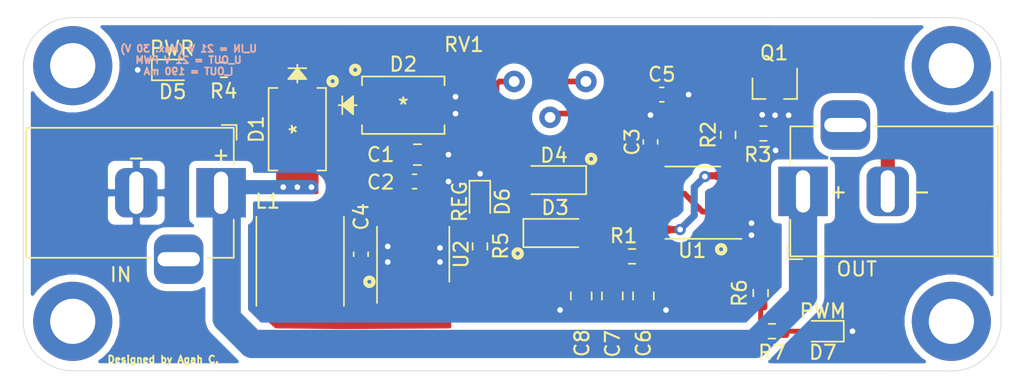
<source format=kicad_pcb>
(kicad_pcb (version 20171130) (host pcbnew "(5.1.10)-1")

  (general
    (thickness 1.6)
    (drawings 20)
    (tracks 156)
    (zones 0)
    (modules 33)
    (nets 20)
  )

  (page A4)
  (layers
    (0 F.Cu signal)
    (31 B.Cu signal)
    (32 B.Adhes user)
    (33 F.Adhes user)
    (34 B.Paste user)
    (35 F.Paste user)
    (36 B.SilkS user)
    (37 F.SilkS user)
    (38 B.Mask user)
    (39 F.Mask user)
    (40 Dwgs.User user)
    (41 Cmts.User user)
    (42 Eco1.User user)
    (43 Eco2.User user)
    (44 Edge.Cuts user)
    (45 Margin user)
    (46 B.CrtYd user)
    (47 F.CrtYd user)
    (48 B.Fab user)
    (49 F.Fab user)
  )

  (setup
    (last_trace_width 0.75)
    (user_trace_width 0.25)
    (user_trace_width 0.3)
    (user_trace_width 0.35)
    (user_trace_width 0.4)
    (user_trace_width 0.5)
    (user_trace_width 0.75)
    (user_trace_width 1)
    (user_trace_width 2)
    (trace_clearance 0.2)
    (zone_clearance 0.508)
    (zone_45_only no)
    (trace_min 0.2)
    (via_size 0.8)
    (via_drill 0.4)
    (via_min_size 0.4)
    (via_min_drill 0.3)
    (uvia_size 0.3)
    (uvia_drill 0.1)
    (uvias_allowed no)
    (uvia_min_size 0.2)
    (uvia_min_drill 0.1)
    (edge_width 0.05)
    (segment_width 0.2)
    (pcb_text_width 0.3)
    (pcb_text_size 1.5 1.5)
    (mod_edge_width 0.12)
    (mod_text_size 1 1)
    (mod_text_width 0.15)
    (pad_size 1.95 0.6)
    (pad_drill 0)
    (pad_to_mask_clearance 0)
    (aux_axis_origin 0 0)
    (visible_elements 7FFFFFFF)
    (pcbplotparams
      (layerselection 0x010fc_ffffffff)
      (usegerberextensions false)
      (usegerberattributes true)
      (usegerberadvancedattributes true)
      (creategerberjobfile true)
      (excludeedgelayer true)
      (linewidth 0.100000)
      (plotframeref false)
      (viasonmask false)
      (mode 1)
      (useauxorigin false)
      (hpglpennumber 1)
      (hpglpenspeed 20)
      (hpglpendiameter 15.000000)
      (psnegative false)
      (psa4output false)
      (plotreference true)
      (plotvalue true)
      (plotinvisibletext false)
      (padsonsilk false)
      (subtractmaskfromsilk false)
      (outputformat 1)
      (mirror false)
      (drillshape 0)
      (scaleselection 1)
      (outputdirectory "Gerber/"))
  )

  (net 0 "")
  (net 1 GND)
  (net 2 VCC)
  (net 3 "Net-(C3-Pad1)")
  (net 4 "Net-(C4-Pad2)")
  (net 5 "Net-(C4-Pad1)")
  (net 6 "Net-(C5-Pad1)")
  (net 7 +12V)
  (net 8 U_OUT)
  (net 9 "Net-(D3-Pad2)")
  (net 10 "Net-(D3-Pad1)")
  (net 11 "Net-(D4-Pad2)")
  (net 12 "Net-(Q1-Pad2)")
  (net 13 MOS_OUT)
  (net 14 "Net-(U2-Pad5)")
  (net 15 "Net-(J2-Pad2)")
  (net 16 "Net-(D5-Pad2)")
  (net 17 "Net-(D6-Pad2)")
  (net 18 "Net-(D7-Pad2)")
  (net 19 "Net-(R6-Pad2)")

  (net_class Default "This is the default net class."
    (clearance 0.2)
    (trace_width 0.25)
    (via_dia 0.8)
    (via_drill 0.4)
    (uvia_dia 0.3)
    (uvia_drill 0.1)
    (add_net +12V)
    (add_net GND)
    (add_net MOS_OUT)
    (add_net "Net-(C3-Pad1)")
    (add_net "Net-(C4-Pad1)")
    (add_net "Net-(C4-Pad2)")
    (add_net "Net-(C5-Pad1)")
    (add_net "Net-(D3-Pad1)")
    (add_net "Net-(D3-Pad2)")
    (add_net "Net-(D4-Pad2)")
    (add_net "Net-(D5-Pad2)")
    (add_net "Net-(D6-Pad2)")
    (add_net "Net-(D7-Pad2)")
    (add_net "Net-(J2-Pad2)")
    (add_net "Net-(Q1-Pad2)")
    (add_net "Net-(R6-Pad2)")
    (add_net "Net-(U2-Pad5)")
    (add_net U_OUT)
    (add_net VCC)
  )

  (module "Eigene Footprints:Bourns_3362P-503TLF-ND" (layer F.Cu) (tedit 613D09DA) (tstamp 613D7112)
    (at 174.29 94.52)
    (path /6134916C)
    (fp_text reference RV1 (at -6.1 -2.61) (layer F.SilkS)
      (effects (font (size 1 1) (thickness 0.15)))
    )
    (fp_text value 50k (at 0 12.1) (layer F.Fab)
      (effects (font (size 1 1) (thickness 0.15)))
    )
    (fp_line (start -4.02 -3.61) (end 3.98 -3.61) (layer Dwgs.User) (width 0.12))
    (fp_line (start 4.3 -3.01) (end 4.3 3.99) (layer Dwgs.User) (width 0.12))
    (fp_line (start 3.98 4.25) (end -4.02 4.25) (layer Dwgs.User) (width 0.12))
    (fp_line (start -4.3 4.06) (end -4.3 -2.94) (layer Dwgs.User) (width 0.12))
    (fp_line (start 3.98 -3.61) (end 4.3 -3.61) (layer Dwgs.User) (width 0.12))
    (fp_line (start 4.3 -3.61) (end 4.3 -3.01) (layer Dwgs.User) (width 0.12))
    (fp_line (start 4.3 3.99) (end 4.31 4.25) (layer Dwgs.User) (width 0.12))
    (fp_line (start 4.31 4.25) (end 4.01 4.25) (layer Dwgs.User) (width 0.12))
    (fp_line (start 4.01 4.25) (end 3.97 4.25) (layer Dwgs.User) (width 0.12))
    (fp_line (start 3.97 4.25) (end 3.98 4.25) (layer Dwgs.User) (width 0.12))
    (fp_line (start -4.02 4.25) (end -4.3 4.25) (layer Dwgs.User) (width 0.12))
    (fp_line (start -4.3 4.25) (end -4.3 4.06) (layer Dwgs.User) (width 0.12))
    (fp_line (start -4.3 -2.94) (end -4.29 -3.61) (layer Dwgs.User) (width 0.12))
    (fp_line (start -4.29 -3.61) (end -4.02 -3.61) (layer Dwgs.User) (width 0.12))
    (pad 2 thru_hole circle (at 0 2.54) (size 1.524 1.524) (drill 0.762) (layers *.Cu *.Mask)
      (net 6 "Net-(C5-Pad1)"))
    (pad 3 thru_hole circle (at -2.54 0) (size 1.524 1.524) (drill 0.762) (layers *.Cu *.Mask)
      (net 10 "Net-(D3-Pad1)"))
    (pad 1 thru_hole circle (at 2.54 0) (size 1.524 1.524) (drill 0.762) (layers *.Cu *.Mask)
      (net 11 "Net-(D4-Pad2)"))
  )

  (module Resistor_SMD:R_0603_1608Metric (layer F.Cu) (tedit 5F68FEEE) (tstamp 613CF81F)
    (at 190 112.2)
    (descr "Resistor SMD 0603 (1608 Metric), square (rectangular) end terminal, IPC_7351 nominal, (Body size source: IPC-SM-782 page 72, https://www.pcb-3d.com/wordpress/wp-content/uploads/ipc-sm-782a_amendment_1_and_2.pdf), generated with kicad-footprint-generator")
    (tags resistor)
    (path /61417261)
    (attr smd)
    (fp_text reference R7 (at 0 1.5) (layer F.SilkS)
      (effects (font (size 1 1) (thickness 0.15)))
    )
    (fp_text value 1.8k (at 0 1.43) (layer F.Fab)
      (effects (font (size 1 1) (thickness 0.15)))
    )
    (fp_line (start 1.48 0.73) (end -1.48 0.73) (layer F.CrtYd) (width 0.05))
    (fp_line (start 1.48 -0.73) (end 1.48 0.73) (layer F.CrtYd) (width 0.05))
    (fp_line (start -1.48 -0.73) (end 1.48 -0.73) (layer F.CrtYd) (width 0.05))
    (fp_line (start -1.48 0.73) (end -1.48 -0.73) (layer F.CrtYd) (width 0.05))
    (fp_line (start -0.237258 0.5225) (end 0.237258 0.5225) (layer F.SilkS) (width 0.12))
    (fp_line (start -0.237258 -0.5225) (end 0.237258 -0.5225) (layer F.SilkS) (width 0.12))
    (fp_line (start 0.8 0.4125) (end -0.8 0.4125) (layer F.Fab) (width 0.1))
    (fp_line (start 0.8 -0.4125) (end 0.8 0.4125) (layer F.Fab) (width 0.1))
    (fp_line (start -0.8 -0.4125) (end 0.8 -0.4125) (layer F.Fab) (width 0.1))
    (fp_line (start -0.8 0.4125) (end -0.8 -0.4125) (layer F.Fab) (width 0.1))
    (fp_text user %R (at 0 0) (layer F.Fab)
      (effects (font (size 0.4 0.4) (thickness 0.06)))
    )
    (pad 2 smd roundrect (at 0.825 0) (size 0.8 0.95) (layers F.Cu F.Paste F.Mask) (roundrect_rratio 0.25)
      (net 18 "Net-(D7-Pad2)"))
    (pad 1 smd roundrect (at -0.825 0) (size 0.8 0.95) (layers F.Cu F.Paste F.Mask) (roundrect_rratio 0.25)
      (net 19 "Net-(R6-Pad2)"))
    (model ${KISYS3DMOD}/Resistor_SMD.3dshapes/R_0603_1608Metric.wrl
      (at (xyz 0 0 0))
      (scale (xyz 1 1 1))
      (rotate (xyz 0 0 0))
    )
  )

  (module Resistor_SMD:R_0603_1608Metric (layer F.Cu) (tedit 5F68FEEE) (tstamp 613CF80E)
    (at 189.2 109.5 270)
    (descr "Resistor SMD 0603 (1608 Metric), square (rectangular) end terminal, IPC_7351 nominal, (Body size source: IPC-SM-782 page 72, https://www.pcb-3d.com/wordpress/wp-content/uploads/ipc-sm-782a_amendment_1_and_2.pdf), generated with kicad-footprint-generator")
    (tags resistor)
    (path /6142134C)
    (attr smd)
    (fp_text reference R6 (at 0 1.5 90) (layer F.SilkS)
      (effects (font (size 1 1) (thickness 0.15)))
    )
    (fp_text value 0R (at 0 1.43 90) (layer F.Fab)
      (effects (font (size 1 1) (thickness 0.15)))
    )
    (fp_line (start 1.48 0.73) (end -1.48 0.73) (layer F.CrtYd) (width 0.05))
    (fp_line (start 1.48 -0.73) (end 1.48 0.73) (layer F.CrtYd) (width 0.05))
    (fp_line (start -1.48 -0.73) (end 1.48 -0.73) (layer F.CrtYd) (width 0.05))
    (fp_line (start -1.48 0.73) (end -1.48 -0.73) (layer F.CrtYd) (width 0.05))
    (fp_line (start -0.237258 0.5225) (end 0.237258 0.5225) (layer F.SilkS) (width 0.12))
    (fp_line (start -0.237258 -0.5225) (end 0.237258 -0.5225) (layer F.SilkS) (width 0.12))
    (fp_line (start 0.8 0.4125) (end -0.8 0.4125) (layer F.Fab) (width 0.1))
    (fp_line (start 0.8 -0.4125) (end 0.8 0.4125) (layer F.Fab) (width 0.1))
    (fp_line (start -0.8 -0.4125) (end 0.8 -0.4125) (layer F.Fab) (width 0.1))
    (fp_line (start -0.8 0.4125) (end -0.8 -0.4125) (layer F.Fab) (width 0.1))
    (fp_text user %R (at 0 0 90) (layer F.Fab)
      (effects (font (size 0.4 0.4) (thickness 0.06)))
    )
    (pad 2 smd roundrect (at 0.825 0 270) (size 0.8 0.95) (layers F.Cu F.Paste F.Mask) (roundrect_rratio 0.25)
      (net 19 "Net-(R6-Pad2)"))
    (pad 1 smd roundrect (at -0.825 0 270) (size 0.8 0.95) (layers F.Cu F.Paste F.Mask) (roundrect_rratio 0.25)
      (net 13 MOS_OUT))
    (model ${KISYS3DMOD}/Resistor_SMD.3dshapes/R_0603_1608Metric.wrl
      (at (xyz 0 0 0))
      (scale (xyz 1 1 1))
      (rotate (xyz 0 0 0))
    )
  )

  (module Resistor_SMD:R_0603_1608Metric (layer F.Cu) (tedit 5F68FEEE) (tstamp 613CF7FD)
    (at 169.33 106.19 90)
    (descr "Resistor SMD 0603 (1608 Metric), square (rectangular) end terminal, IPC_7351 nominal, (Body size source: IPC-SM-782 page 72, https://www.pcb-3d.com/wordpress/wp-content/uploads/ipc-sm-782a_amendment_1_and_2.pdf), generated with kicad-footprint-generator")
    (tags resistor)
    (path /613F303C)
    (attr smd)
    (fp_text reference R5 (at 0.03 1.47 90) (layer F.SilkS)
      (effects (font (size 1 1) (thickness 0.15)))
    )
    (fp_text value 1k (at 0 1.43 90) (layer F.Fab)
      (effects (font (size 1 1) (thickness 0.15)))
    )
    (fp_line (start 1.48 0.73) (end -1.48 0.73) (layer F.CrtYd) (width 0.05))
    (fp_line (start 1.48 -0.73) (end 1.48 0.73) (layer F.CrtYd) (width 0.05))
    (fp_line (start -1.48 -0.73) (end 1.48 -0.73) (layer F.CrtYd) (width 0.05))
    (fp_line (start -1.48 0.73) (end -1.48 -0.73) (layer F.CrtYd) (width 0.05))
    (fp_line (start -0.237258 0.5225) (end 0.237258 0.5225) (layer F.SilkS) (width 0.12))
    (fp_line (start -0.237258 -0.5225) (end 0.237258 -0.5225) (layer F.SilkS) (width 0.12))
    (fp_line (start 0.8 0.4125) (end -0.8 0.4125) (layer F.Fab) (width 0.1))
    (fp_line (start 0.8 -0.4125) (end 0.8 0.4125) (layer F.Fab) (width 0.1))
    (fp_line (start -0.8 -0.4125) (end 0.8 -0.4125) (layer F.Fab) (width 0.1))
    (fp_line (start -0.8 0.4125) (end -0.8 -0.4125) (layer F.Fab) (width 0.1))
    (fp_text user %R (at 0 0 90) (layer F.Fab)
      (effects (font (size 0.4 0.4) (thickness 0.06)))
    )
    (pad 2 smd roundrect (at 0.825 0 90) (size 0.8 0.95) (layers F.Cu F.Paste F.Mask) (roundrect_rratio 0.25)
      (net 17 "Net-(D6-Pad2)"))
    (pad 1 smd roundrect (at -0.825 0 90) (size 0.8 0.95) (layers F.Cu F.Paste F.Mask) (roundrect_rratio 0.25)
      (net 7 +12V))
    (model ${KISYS3DMOD}/Resistor_SMD.3dshapes/R_0603_1608Metric.wrl
      (at (xyz 0 0 0))
      (scale (xyz 1 1 1))
      (rotate (xyz 0 0 0))
    )
  )

  (module Resistor_SMD:R_0603_1608Metric (layer F.Cu) (tedit 5F68FEEE) (tstamp 613CF7EC)
    (at 151.2 93.7 180)
    (descr "Resistor SMD 0603 (1608 Metric), square (rectangular) end terminal, IPC_7351 nominal, (Body size source: IPC-SM-782 page 72, https://www.pcb-3d.com/wordpress/wp-content/uploads/ipc-sm-782a_amendment_1_and_2.pdf), generated with kicad-footprint-generator")
    (tags resistor)
    (path /613EE0E5)
    (attr smd)
    (fp_text reference R4 (at 0.02 -1.5) (layer F.SilkS)
      (effects (font (size 1 1) (thickness 0.15)))
    )
    (fp_text value 1.8k (at 0 1.43) (layer F.Fab)
      (effects (font (size 1 1) (thickness 0.15)))
    )
    (fp_line (start 1.48 0.73) (end -1.48 0.73) (layer F.CrtYd) (width 0.05))
    (fp_line (start 1.48 -0.73) (end 1.48 0.73) (layer F.CrtYd) (width 0.05))
    (fp_line (start -1.48 -0.73) (end 1.48 -0.73) (layer F.CrtYd) (width 0.05))
    (fp_line (start -1.48 0.73) (end -1.48 -0.73) (layer F.CrtYd) (width 0.05))
    (fp_line (start -0.237258 0.5225) (end 0.237258 0.5225) (layer F.SilkS) (width 0.12))
    (fp_line (start -0.237258 -0.5225) (end 0.237258 -0.5225) (layer F.SilkS) (width 0.12))
    (fp_line (start 0.8 0.4125) (end -0.8 0.4125) (layer F.Fab) (width 0.1))
    (fp_line (start 0.8 -0.4125) (end 0.8 0.4125) (layer F.Fab) (width 0.1))
    (fp_line (start -0.8 -0.4125) (end 0.8 -0.4125) (layer F.Fab) (width 0.1))
    (fp_line (start -0.8 0.4125) (end -0.8 -0.4125) (layer F.Fab) (width 0.1))
    (fp_text user %R (at 0 0) (layer F.Fab)
      (effects (font (size 0.4 0.4) (thickness 0.06)))
    )
    (pad 2 smd roundrect (at 0.825 0 180) (size 0.8 0.95) (layers F.Cu F.Paste F.Mask) (roundrect_rratio 0.25)
      (net 16 "Net-(D5-Pad2)"))
    (pad 1 smd roundrect (at -0.825 0 180) (size 0.8 0.95) (layers F.Cu F.Paste F.Mask) (roundrect_rratio 0.25)
      (net 2 VCC))
    (model ${KISYS3DMOD}/Resistor_SMD.3dshapes/R_0603_1608Metric.wrl
      (at (xyz 0 0 0))
      (scale (xyz 1 1 1))
      (rotate (xyz 0 0 0))
    )
  )

  (module LED_SMD:LED_0603_1608Metric (layer F.Cu) (tedit 5F68FEF1) (tstamp 613CF663)
    (at 193.6 112.2 180)
    (descr "LED SMD 0603 (1608 Metric), square (rectangular) end terminal, IPC_7351 nominal, (Body size source: http://www.tortai-tech.com/upload/download/2011102023233369053.pdf), generated with kicad-footprint-generator")
    (tags LED)
    (path /61417254)
    (attr smd)
    (fp_text reference D7 (at 0 -1.5) (layer F.SilkS)
      (effects (font (size 1 1) (thickness 0.15)))
    )
    (fp_text value PWM (at 0 1.43) (layer F.SilkS)
      (effects (font (size 1 1) (thickness 0.15)))
    )
    (fp_line (start 1.48 0.73) (end -1.48 0.73) (layer F.CrtYd) (width 0.05))
    (fp_line (start 1.48 -0.73) (end 1.48 0.73) (layer F.CrtYd) (width 0.05))
    (fp_line (start -1.48 -0.73) (end 1.48 -0.73) (layer F.CrtYd) (width 0.05))
    (fp_line (start -1.48 0.73) (end -1.48 -0.73) (layer F.CrtYd) (width 0.05))
    (fp_line (start -1.485 0.735) (end 0.8 0.735) (layer F.SilkS) (width 0.12))
    (fp_line (start -1.485 -0.735) (end -1.485 0.735) (layer F.SilkS) (width 0.12))
    (fp_line (start 0.8 -0.735) (end -1.485 -0.735) (layer F.SilkS) (width 0.12))
    (fp_line (start 0.8 0.4) (end 0.8 -0.4) (layer F.Fab) (width 0.1))
    (fp_line (start -0.8 0.4) (end 0.8 0.4) (layer F.Fab) (width 0.1))
    (fp_line (start -0.8 -0.1) (end -0.8 0.4) (layer F.Fab) (width 0.1))
    (fp_line (start -0.5 -0.4) (end -0.8 -0.1) (layer F.Fab) (width 0.1))
    (fp_line (start 0.8 -0.4) (end -0.5 -0.4) (layer F.Fab) (width 0.1))
    (fp_text user %R (at 0 0) (layer F.Fab)
      (effects (font (size 0.4 0.4) (thickness 0.06)))
    )
    (pad 2 smd roundrect (at 0.7875 0 180) (size 0.875 0.95) (layers F.Cu F.Paste F.Mask) (roundrect_rratio 0.25)
      (net 18 "Net-(D7-Pad2)"))
    (pad 1 smd roundrect (at -0.7875 0 180) (size 0.875 0.95) (layers F.Cu F.Paste F.Mask) (roundrect_rratio 0.25)
      (net 1 GND))
    (model ${KISYS3DMOD}/LED_SMD.3dshapes/LED_0603_1608Metric.wrl
      (at (xyz 0 0 0))
      (scale (xyz 1 1 1))
      (rotate (xyz 0 0 0))
    )
  )

  (module LED_SMD:LED_0603_1608Metric (layer F.Cu) (tedit 5F68FEF1) (tstamp 613CF650)
    (at 169.32 103.03 270)
    (descr "LED SMD 0603 (1608 Metric), square (rectangular) end terminal, IPC_7351 nominal, (Body size source: http://www.tortai-tech.com/upload/download/2011102023233369053.pdf), generated with kicad-footprint-generator")
    (tags LED)
    (path /613F302F)
    (attr smd)
    (fp_text reference D6 (at 0 -1.6 90) (layer F.SilkS)
      (effects (font (size 1 1) (thickness 0.15)))
    )
    (fp_text value REG (at 0 1.43 90) (layer F.SilkS)
      (effects (font (size 1 1) (thickness 0.15)))
    )
    (fp_line (start 1.48 0.73) (end -1.48 0.73) (layer F.CrtYd) (width 0.05))
    (fp_line (start 1.48 -0.73) (end 1.48 0.73) (layer F.CrtYd) (width 0.05))
    (fp_line (start -1.48 -0.73) (end 1.48 -0.73) (layer F.CrtYd) (width 0.05))
    (fp_line (start -1.48 0.73) (end -1.48 -0.73) (layer F.CrtYd) (width 0.05))
    (fp_line (start -1.485 0.735) (end 0.8 0.735) (layer F.SilkS) (width 0.12))
    (fp_line (start -1.485 -0.735) (end -1.485 0.735) (layer F.SilkS) (width 0.12))
    (fp_line (start 0.8 -0.735) (end -1.485 -0.735) (layer F.SilkS) (width 0.12))
    (fp_line (start 0.8 0.4) (end 0.8 -0.4) (layer F.Fab) (width 0.1))
    (fp_line (start -0.8 0.4) (end 0.8 0.4) (layer F.Fab) (width 0.1))
    (fp_line (start -0.8 -0.1) (end -0.8 0.4) (layer F.Fab) (width 0.1))
    (fp_line (start -0.5 -0.4) (end -0.8 -0.1) (layer F.Fab) (width 0.1))
    (fp_line (start 0.8 -0.4) (end -0.5 -0.4) (layer F.Fab) (width 0.1))
    (fp_text user %R (at 0 0 90) (layer F.Fab)
      (effects (font (size 0.4 0.4) (thickness 0.06)))
    )
    (pad 2 smd roundrect (at 0.7875 0 270) (size 0.875 0.95) (layers F.Cu F.Paste F.Mask) (roundrect_rratio 0.25)
      (net 17 "Net-(D6-Pad2)"))
    (pad 1 smd roundrect (at -0.7875 0 270) (size 0.875 0.95) (layers F.Cu F.Paste F.Mask) (roundrect_rratio 0.25)
      (net 1 GND))
    (model ${KISYS3DMOD}/LED_SMD.3dshapes/LED_0603_1608Metric.wrl
      (at (xyz 0 0 0))
      (scale (xyz 1 1 1))
      (rotate (xyz 0 0 0))
    )
  )

  (module LED_SMD:LED_0603_1608Metric (layer F.Cu) (tedit 5F68FEF1) (tstamp 613CF63D)
    (at 147.5875 93.7)
    (descr "LED SMD 0603 (1608 Metric), square (rectangular) end terminal, IPC_7351 nominal, (Body size source: http://www.tortai-tech.com/upload/download/2011102023233369053.pdf), generated with kicad-footprint-generator")
    (tags LED)
    (path /613DF73D)
    (attr smd)
    (fp_text reference D5 (at -0.0175 1.55) (layer F.SilkS)
      (effects (font (size 1 1) (thickness 0.15)))
    )
    (fp_text value PWR (at -0.0575 -1.53) (layer F.SilkS)
      (effects (font (size 1 1) (thickness 0.15)))
    )
    (fp_line (start 1.48 0.73) (end -1.48 0.73) (layer F.CrtYd) (width 0.05))
    (fp_line (start 1.48 -0.73) (end 1.48 0.73) (layer F.CrtYd) (width 0.05))
    (fp_line (start -1.48 -0.73) (end 1.48 -0.73) (layer F.CrtYd) (width 0.05))
    (fp_line (start -1.48 0.73) (end -1.48 -0.73) (layer F.CrtYd) (width 0.05))
    (fp_line (start -1.485 0.735) (end 0.8 0.735) (layer F.SilkS) (width 0.12))
    (fp_line (start -1.485 -0.735) (end -1.485 0.735) (layer F.SilkS) (width 0.12))
    (fp_line (start 0.8 -0.735) (end -1.485 -0.735) (layer F.SilkS) (width 0.12))
    (fp_line (start 0.8 0.4) (end 0.8 -0.4) (layer F.Fab) (width 0.1))
    (fp_line (start -0.8 0.4) (end 0.8 0.4) (layer F.Fab) (width 0.1))
    (fp_line (start -0.8 -0.1) (end -0.8 0.4) (layer F.Fab) (width 0.1))
    (fp_line (start -0.5 -0.4) (end -0.8 -0.1) (layer F.Fab) (width 0.1))
    (fp_line (start 0.8 -0.4) (end -0.5 -0.4) (layer F.Fab) (width 0.1))
    (fp_text user %R (at 0 0) (layer F.Fab)
      (effects (font (size 0.4 0.4) (thickness 0.06)))
    )
    (pad 2 smd roundrect (at 0.7875 0) (size 0.875 0.95) (layers F.Cu F.Paste F.Mask) (roundrect_rratio 0.25)
      (net 16 "Net-(D5-Pad2)"))
    (pad 1 smd roundrect (at -0.7875 0) (size 0.875 0.95) (layers F.Cu F.Paste F.Mask) (roundrect_rratio 0.25)
      (net 1 GND))
    (model ${KISYS3DMOD}/LED_SMD.3dshapes/LED_0603_1608Metric.wrl
      (at (xyz 0 0 0))
      (scale (xyz 1 1 1))
      (rotate (xyz 0 0 0))
    )
  )

  (module MountingHole:MountingHole_3.2mm_M3_DIN965_Pad (layer F.Cu) (tedit 56D1B4CB) (tstamp 613B1818)
    (at 202.7 111.5)
    (descr "Mounting Hole 3.2mm, M3, DIN965")
    (tags "mounting hole 3.2mm m3 din965")
    (path /61495D0D)
    (attr virtual)
    (fp_text reference H4 (at 0 -3.8) (layer Dwgs.User)
      (effects (font (size 1 1) (thickness 0.15)))
    )
    (fp_text value MountingHole (at 0 3.8) (layer F.Fab)
      (effects (font (size 1 1) (thickness 0.15)))
    )
    (fp_circle (center 0 0) (end 3.05 0) (layer F.CrtYd) (width 0.05))
    (fp_circle (center 0 0) (end 2.8 0) (layer Cmts.User) (width 0.15))
    (fp_text user %R (at 0.3 0) (layer F.Fab)
      (effects (font (size 1 1) (thickness 0.15)))
    )
    (pad 1 thru_hole circle (at 0 0) (size 5.6 5.6) (drill 3.2) (layers *.Cu *.Mask))
  )

  (module MountingHole:MountingHole_3.2mm_M3_DIN965_Pad (layer F.Cu) (tedit 56D1B4CB) (tstamp 613B1810)
    (at 202.7 93.4)
    (descr "Mounting Hole 3.2mm, M3, DIN965")
    (tags "mounting hole 3.2mm m3 din965")
    (path /61493B9E)
    (attr virtual)
    (fp_text reference H3 (at 0 -3.8) (layer Dwgs.User)
      (effects (font (size 1 1) (thickness 0.15)))
    )
    (fp_text value MountingHole (at 0 3.8) (layer F.Fab)
      (effects (font (size 1 1) (thickness 0.15)))
    )
    (fp_circle (center 0 0) (end 3.05 0) (layer F.CrtYd) (width 0.05))
    (fp_circle (center 0 0) (end 2.8 0) (layer Cmts.User) (width 0.15))
    (fp_text user %R (at 0.3 0) (layer F.Fab)
      (effects (font (size 1 1) (thickness 0.15)))
    )
    (pad 1 thru_hole circle (at 0 0) (size 5.6 5.6) (drill 3.2) (layers *.Cu *.Mask))
  )

  (module MountingHole:MountingHole_3.2mm_M3_DIN965_Pad (layer F.Cu) (tedit 56D1B4CB) (tstamp 613B1808)
    (at 140.5 111.5)
    (descr "Mounting Hole 3.2mm, M3, DIN965")
    (tags "mounting hole 3.2mm m3 din965")
    (path /61493588)
    (attr virtual)
    (fp_text reference H2 (at 0 -3.8) (layer Dwgs.User)
      (effects (font (size 1 1) (thickness 0.15)))
    )
    (fp_text value MountingHole (at 0 3.8) (layer F.Fab)
      (effects (font (size 1 1) (thickness 0.15)))
    )
    (fp_circle (center 0 0) (end 3.05 0) (layer F.CrtYd) (width 0.05))
    (fp_circle (center 0 0) (end 2.8 0) (layer Cmts.User) (width 0.15))
    (fp_text user %R (at 0.3 0) (layer F.Fab)
      (effects (font (size 1 1) (thickness 0.15)))
    )
    (pad 1 thru_hole circle (at 0 0) (size 5.6 5.6) (drill 3.2) (layers *.Cu *.Mask))
  )

  (module MountingHole:MountingHole_3.2mm_M3_DIN965_Pad (layer F.Cu) (tedit 56D1B4CB) (tstamp 613B1800)
    (at 140.5 93.4)
    (descr "Mounting Hole 3.2mm, M3, DIN965")
    (tags "mounting hole 3.2mm m3 din965")
    (path /614921EA)
    (attr virtual)
    (fp_text reference H1 (at 0 -3.8) (layer Dwgs.User)
      (effects (font (size 1 1) (thickness 0.15)))
    )
    (fp_text value MountingHole (at 0 3.8) (layer F.Fab)
      (effects (font (size 1 1) (thickness 0.15)))
    )
    (fp_circle (center 0 0) (end 3.05 0) (layer F.CrtYd) (width 0.05))
    (fp_circle (center 0 0) (end 2.8 0) (layer Cmts.User) (width 0.15))
    (fp_text user %R (at 0.3 0) (layer F.Fab)
      (effects (font (size 1 1) (thickness 0.15)))
    )
    (pad 1 thru_hole circle (at 0 0) (size 5.6 5.6) (drill 3.2) (layers *.Cu *.Mask))
  )

  (module Inductor_SMD:L_Taiyo-Yuden_NR-60xx (layer F.Cu) (tedit 5990349D) (tstamp 613AFD56)
    (at 156.6 107.25 270)
    (descr "Inductor, Taiyo Yuden, NR series, Taiyo-Yuden_NR-60xx, 6.0mmx6.0mm")
    (tags "inductor taiyo-yuden nr smd")
    (path /6131F9E7)
    (attr smd)
    (fp_text reference L1 (at -4.25 2.3 180) (layer F.SilkS)
      (effects (font (size 1 1) (thickness 0.15)))
    )
    (fp_text value 47u (at 0 4.5 90) (layer F.Fab)
      (effects (font (size 1 1) (thickness 0.15)))
    )
    (fp_line (start 3.45 -3.25) (end -3.45 -3.25) (layer F.CrtYd) (width 0.05))
    (fp_line (start 3.45 3.25) (end 3.45 -3.25) (layer F.CrtYd) (width 0.05))
    (fp_line (start -3.45 3.25) (end 3.45 3.25) (layer F.CrtYd) (width 0.05))
    (fp_line (start -3.45 -3.25) (end -3.45 3.25) (layer F.CrtYd) (width 0.05))
    (fp_line (start -3.15 3.1) (end 3.15 3.1) (layer F.SilkS) (width 0.12))
    (fp_line (start -3.15 -3.1) (end 3.15 -3.1) (layer F.SilkS) (width 0.12))
    (fp_line (start -2 3) (end 0 3) (layer F.Fab) (width 0.1))
    (fp_line (start -3 2) (end -2 3) (layer F.Fab) (width 0.1))
    (fp_line (start -3 0) (end -3 2) (layer F.Fab) (width 0.1))
    (fp_line (start 2 3) (end 0 3) (layer F.Fab) (width 0.1))
    (fp_line (start 3 2) (end 2 3) (layer F.Fab) (width 0.1))
    (fp_line (start 3 0) (end 3 2) (layer F.Fab) (width 0.1))
    (fp_line (start 2 -3) (end 0 -3) (layer F.Fab) (width 0.1))
    (fp_line (start 3 -2) (end 2 -3) (layer F.Fab) (width 0.1))
    (fp_line (start 3 0) (end 3 -2) (layer F.Fab) (width 0.1))
    (fp_line (start -2 -3) (end 0 -3) (layer F.Fab) (width 0.1))
    (fp_line (start -3 -2) (end -2 -3) (layer F.Fab) (width 0.1))
    (fp_line (start -3 0) (end -3 -2) (layer F.Fab) (width 0.1))
    (fp_text user %R (at 0 0 90) (layer F.Fab)
      (effects (font (size 1 1) (thickness 0.15)))
    )
    (pad 2 smd rect (at 2.35 0 270) (size 1.6 5.9) (layers F.Cu F.Paste F.Mask)
      (net 7 +12V))
    (pad 1 smd rect (at -2.35 0 270) (size 1.6 5.9) (layers F.Cu F.Paste F.Mask)
      (net 5 "Net-(C4-Pad1)"))
    (model ${KISYS3DMOD}/Inductor_SMD.3dshapes/L_Taiyo-Yuden_NR-60xx.wrl
      (at (xyz 0 0 0))
      (scale (xyz 1 1 1))
      (rotate (xyz 0 0 0))
    )
  )

  (module Capacitor_SMD:C_0805_2012Metric (layer F.Cu) (tedit 5F68FEEE) (tstamp 613AB517)
    (at 176.5 109.7 270)
    (descr "Capacitor SMD 0805 (2012 Metric), square (rectangular) end terminal, IPC_7351 nominal, (Body size source: IPC-SM-782 page 76, https://www.pcb-3d.com/wordpress/wp-content/uploads/ipc-sm-782a_amendment_1_and_2.pdf, https://docs.google.com/spreadsheets/d/1BsfQQcO9C6DZCsRaXUlFlo91Tg2WpOkGARC1WS5S8t0/edit?usp=sharing), generated with kicad-footprint-generator")
    (tags capacitor)
    (path /614183D6)
    (attr smd)
    (fp_text reference C8 (at 3.35 -0.05 90) (layer F.SilkS)
      (effects (font (size 1 1) (thickness 0.15)))
    )
    (fp_text value 22u (at 0 1.68 90) (layer F.Fab)
      (effects (font (size 1 1) (thickness 0.15)))
    )
    (fp_line (start 1.7 0.98) (end -1.7 0.98) (layer F.CrtYd) (width 0.05))
    (fp_line (start 1.7 -0.98) (end 1.7 0.98) (layer F.CrtYd) (width 0.05))
    (fp_line (start -1.7 -0.98) (end 1.7 -0.98) (layer F.CrtYd) (width 0.05))
    (fp_line (start -1.7 0.98) (end -1.7 -0.98) (layer F.CrtYd) (width 0.05))
    (fp_line (start -0.261252 0.735) (end 0.261252 0.735) (layer F.SilkS) (width 0.12))
    (fp_line (start -0.261252 -0.735) (end 0.261252 -0.735) (layer F.SilkS) (width 0.12))
    (fp_line (start 1 0.625) (end -1 0.625) (layer F.Fab) (width 0.1))
    (fp_line (start 1 -0.625) (end 1 0.625) (layer F.Fab) (width 0.1))
    (fp_line (start -1 -0.625) (end 1 -0.625) (layer F.Fab) (width 0.1))
    (fp_line (start -1 0.625) (end -1 -0.625) (layer F.Fab) (width 0.1))
    (fp_text user %R (at 0 0 90) (layer F.Fab)
      (effects (font (size 0.5 0.5) (thickness 0.08)))
    )
    (pad 2 smd roundrect (at 0.95 0 270) (size 1 1.45) (layers F.Cu F.Paste F.Mask) (roundrect_rratio 0.25)
      (net 1 GND))
    (pad 1 smd roundrect (at -0.95 0 270) (size 1 1.45) (layers F.Cu F.Paste F.Mask) (roundrect_rratio 0.25)
      (net 7 +12V))
    (model ${KISYS3DMOD}/Capacitor_SMD.3dshapes/C_0805_2012Metric.wrl
      (at (xyz 0 0 0))
      (scale (xyz 1 1 1))
      (rotate (xyz 0 0 0))
    )
  )

  (module Capacitor_SMD:C_0805_2012Metric (layer F.Cu) (tedit 5F68FEEE) (tstamp 613AB506)
    (at 178.7 109.7 270)
    (descr "Capacitor SMD 0805 (2012 Metric), square (rectangular) end terminal, IPC_7351 nominal, (Body size source: IPC-SM-782 page 76, https://www.pcb-3d.com/wordpress/wp-content/uploads/ipc-sm-782a_amendment_1_and_2.pdf, https://docs.google.com/spreadsheets/d/1BsfQQcO9C6DZCsRaXUlFlo91Tg2WpOkGARC1WS5S8t0/edit?usp=sharing), generated with kicad-footprint-generator")
    (tags capacitor)
    (path /61417EC0)
    (attr smd)
    (fp_text reference C7 (at 3.39 -0.02 90) (layer F.SilkS)
      (effects (font (size 1 1) (thickness 0.15)))
    )
    (fp_text value 22u (at 0 1.68 90) (layer F.Fab)
      (effects (font (size 1 1) (thickness 0.15)))
    )
    (fp_line (start 1.7 0.98) (end -1.7 0.98) (layer F.CrtYd) (width 0.05))
    (fp_line (start 1.7 -0.98) (end 1.7 0.98) (layer F.CrtYd) (width 0.05))
    (fp_line (start -1.7 -0.98) (end 1.7 -0.98) (layer F.CrtYd) (width 0.05))
    (fp_line (start -1.7 0.98) (end -1.7 -0.98) (layer F.CrtYd) (width 0.05))
    (fp_line (start -0.261252 0.735) (end 0.261252 0.735) (layer F.SilkS) (width 0.12))
    (fp_line (start -0.261252 -0.735) (end 0.261252 -0.735) (layer F.SilkS) (width 0.12))
    (fp_line (start 1 0.625) (end -1 0.625) (layer F.Fab) (width 0.1))
    (fp_line (start 1 -0.625) (end 1 0.625) (layer F.Fab) (width 0.1))
    (fp_line (start -1 -0.625) (end 1 -0.625) (layer F.Fab) (width 0.1))
    (fp_line (start -1 0.625) (end -1 -0.625) (layer F.Fab) (width 0.1))
    (fp_text user %R (at 0 0 90) (layer F.Fab)
      (effects (font (size 0.5 0.5) (thickness 0.08)))
    )
    (pad 2 smd roundrect (at 0.95 0 270) (size 1 1.45) (layers F.Cu F.Paste F.Mask) (roundrect_rratio 0.25)
      (net 1 GND))
    (pad 1 smd roundrect (at -0.95 0 270) (size 1 1.45) (layers F.Cu F.Paste F.Mask) (roundrect_rratio 0.25)
      (net 7 +12V))
    (model ${KISYS3DMOD}/Capacitor_SMD.3dshapes/C_0805_2012Metric.wrl
      (at (xyz 0 0 0))
      (scale (xyz 1 1 1))
      (rotate (xyz 0 0 0))
    )
  )

  (module Capacitor_SMD:C_0805_2012Metric (layer F.Cu) (tedit 5F68FEEE) (tstamp 613AB4F5)
    (at 180.9 109.7 270)
    (descr "Capacitor SMD 0805 (2012 Metric), square (rectangular) end terminal, IPC_7351 nominal, (Body size source: IPC-SM-782 page 76, https://www.pcb-3d.com/wordpress/wp-content/uploads/ipc-sm-782a_amendment_1_and_2.pdf, https://docs.google.com/spreadsheets/d/1BsfQQcO9C6DZCsRaXUlFlo91Tg2WpOkGARC1WS5S8t0/edit?usp=sharing), generated with kicad-footprint-generator")
    (tags capacitor)
    (path /6141771D)
    (attr smd)
    (fp_text reference C6 (at 3.35 0 90) (layer F.SilkS)
      (effects (font (size 1 1) (thickness 0.15)))
    )
    (fp_text value 22u (at 0 1.68 90) (layer F.Fab)
      (effects (font (size 1 1) (thickness 0.15)))
    )
    (fp_line (start 1.7 0.98) (end -1.7 0.98) (layer F.CrtYd) (width 0.05))
    (fp_line (start 1.7 -0.98) (end 1.7 0.98) (layer F.CrtYd) (width 0.05))
    (fp_line (start -1.7 -0.98) (end 1.7 -0.98) (layer F.CrtYd) (width 0.05))
    (fp_line (start -1.7 0.98) (end -1.7 -0.98) (layer F.CrtYd) (width 0.05))
    (fp_line (start -0.261252 0.735) (end 0.261252 0.735) (layer F.SilkS) (width 0.12))
    (fp_line (start -0.261252 -0.735) (end 0.261252 -0.735) (layer F.SilkS) (width 0.12))
    (fp_line (start 1 0.625) (end -1 0.625) (layer F.Fab) (width 0.1))
    (fp_line (start 1 -0.625) (end 1 0.625) (layer F.Fab) (width 0.1))
    (fp_line (start -1 -0.625) (end 1 -0.625) (layer F.Fab) (width 0.1))
    (fp_line (start -1 0.625) (end -1 -0.625) (layer F.Fab) (width 0.1))
    (fp_text user %R (at 0 0 90) (layer F.Fab)
      (effects (font (size 0.5 0.5) (thickness 0.08)))
    )
    (pad 2 smd roundrect (at 0.95 0 270) (size 1 1.45) (layers F.Cu F.Paste F.Mask) (roundrect_rratio 0.25)
      (net 1 GND))
    (pad 1 smd roundrect (at -0.95 0 270) (size 1 1.45) (layers F.Cu F.Paste F.Mask) (roundrect_rratio 0.25)
      (net 7 +12V))
    (model ${KISYS3DMOD}/Capacitor_SMD.3dshapes/C_0805_2012Metric.wrl
      (at (xyz 0 0 0))
      (scale (xyz 1 1 1))
      (rotate (xyz 0 0 0))
    )
  )

  (module Package_SO:SOIC-8_3.9x4.9mm_P1.27mm (layer F.Cu) (tedit 613FA598) (tstamp 613A97E1)
    (at 164.6 106.75 90)
    (descr "SOIC, 8 Pin (JEDEC MS-012AA, https://www.analog.com/media/en/package-pcb-resources/package/pkg_pdf/soic_narrow-r/r_8.pdf), generated with kicad-footprint-generator ipc_gullwing_generator.py")
    (tags "SOIC SO")
    (path /61317D7A)
    (attr smd)
    (fp_text reference U2 (at 0 3.4 90) (layer F.SilkS)
      (effects (font (size 1 1) (thickness 0.15)))
    )
    (fp_text value LM2674M-12 (at 0 3.4 90) (layer F.Fab)
      (effects (font (size 1 1) (thickness 0.15)))
    )
    (fp_line (start 3.7 -2.7) (end -3.7 -2.7) (layer F.CrtYd) (width 0.05))
    (fp_line (start 3.7 2.7) (end 3.7 -2.7) (layer F.CrtYd) (width 0.05))
    (fp_line (start -3.7 2.7) (end 3.7 2.7) (layer F.CrtYd) (width 0.05))
    (fp_line (start -3.7 -2.7) (end -3.7 2.7) (layer F.CrtYd) (width 0.05))
    (fp_line (start -1.95 -1.475) (end -0.975 -2.45) (layer F.Fab) (width 0.1))
    (fp_line (start -1.95 2.45) (end -1.95 -1.475) (layer F.Fab) (width 0.1))
    (fp_line (start 1.95 2.45) (end -1.95 2.45) (layer F.Fab) (width 0.1))
    (fp_line (start 1.95 -2.45) (end 1.95 2.45) (layer F.Fab) (width 0.1))
    (fp_line (start -0.975 -2.45) (end 1.95 -2.45) (layer F.Fab) (width 0.1))
    (fp_line (start 0 -2.56) (end -3.45 -2.56) (layer F.SilkS) (width 0.12))
    (fp_line (start 0 -2.56) (end 1.95 -2.56) (layer F.SilkS) (width 0.12))
    (fp_line (start 0 2.56) (end -1.95 2.56) (layer F.SilkS) (width 0.12))
    (fp_line (start 0 2.56) (end 1.95 2.56) (layer F.SilkS) (width 0.12))
    (fp_text user %R (at -0.05 0.3 90) (layer F.Fab)
      (effects (font (size 0.98 0.98) (thickness 0.15)))
    )
    (pad 8 smd roundrect (at 2.475 -1.905 90) (size 1.95 0.6) (layers F.Cu F.Paste F.Mask) (roundrect_rratio 0.25)
      (net 5 "Net-(C4-Pad1)"))
    (pad 7 smd roundrect (at 2.475 -0.635 90) (size 1.95 0.6) (layers F.Cu F.Paste F.Mask) (roundrect_rratio 0.25)
      (net 2 VCC))
    (pad 6 smd roundrect (at 2.475 0.635 90) (size 1.95 0.6) (layers F.Cu F.Paste F.Mask) (roundrect_rratio 0.25)
      (net 1 GND))
    (pad 5 smd roundrect (at 2.475 1.905 90) (size 1.95 0.6) (layers F.Cu F.Paste F.Mask) (roundrect_rratio 0.25)
      (net 14 "Net-(U2-Pad5)"))
    (pad 4 smd roundrect (at -2.475 1.905 90) (size 1.95 0.6) (layers F.Cu F.Paste F.Mask) (roundrect_rratio 0.25)
      (net 7 +12V))
    (pad 3 smd roundrect (at -2.475 0.635 90) (size 1.95 0.6) (layers F.Cu F.Paste F.Mask) (roundrect_rratio 0.25)
      (net 1 GND))
    (pad 2 smd roundrect (at -2.475 -0.635 90) (size 1.95 0.6) (layers F.Cu F.Paste F.Mask) (roundrect_rratio 0.25)
      (net 1 GND))
    (pad 1 smd roundrect (at -2.475 -1.905 90) (size 1.95 0.6) (layers F.Cu F.Paste F.Mask) (roundrect_rratio 0.25)
      (net 4 "Net-(C4-Pad2)"))
    (model ${KISYS3DMOD}/Package_SO.3dshapes/SOIC-8_3.9x4.9mm_P1.27mm.wrl
      (at (xyz 0 0 0))
      (scale (xyz 1 1 1))
      (rotate (xyz 0 0 0))
    )
  )

  (module Package_SO:SOIC-8_3.9x4.9mm_P1.27mm (layer F.Cu) (tedit 5D9F72B1) (tstamp 613A97C7)
    (at 184.4 103.1 180)
    (descr "SOIC, 8 Pin (JEDEC MS-012AA, https://www.analog.com/media/en/package-pcb-resources/package/pkg_pdf/soic_narrow-r/r_8.pdf), generated with kicad-footprint-generator ipc_gullwing_generator.py")
    (tags "SOIC SO")
    (path /61318FD7)
    (attr smd)
    (fp_text reference U1 (at 0.05 -3.39) (layer F.SilkS)
      (effects (font (size 1 1) (thickness 0.15)))
    )
    (fp_text value NE555D (at 0 3.4) (layer F.Fab)
      (effects (font (size 1 1) (thickness 0.15)))
    )
    (fp_line (start 3.7 -2.7) (end -3.7 -2.7) (layer F.CrtYd) (width 0.05))
    (fp_line (start 3.7 2.7) (end 3.7 -2.7) (layer F.CrtYd) (width 0.05))
    (fp_line (start -3.7 2.7) (end 3.7 2.7) (layer F.CrtYd) (width 0.05))
    (fp_line (start -3.7 -2.7) (end -3.7 2.7) (layer F.CrtYd) (width 0.05))
    (fp_line (start -1.95 -1.475) (end -0.975 -2.45) (layer F.Fab) (width 0.1))
    (fp_line (start -1.95 2.45) (end -1.95 -1.475) (layer F.Fab) (width 0.1))
    (fp_line (start 1.95 2.45) (end -1.95 2.45) (layer F.Fab) (width 0.1))
    (fp_line (start 1.95 -2.45) (end 1.95 2.45) (layer F.Fab) (width 0.1))
    (fp_line (start -0.975 -2.45) (end 1.95 -2.45) (layer F.Fab) (width 0.1))
    (fp_line (start 0 -2.56) (end -3.45 -2.56) (layer F.SilkS) (width 0.12))
    (fp_line (start 0 -2.56) (end 1.95 -2.56) (layer F.SilkS) (width 0.12))
    (fp_line (start 0 2.56) (end -1.95 2.56) (layer F.SilkS) (width 0.12))
    (fp_line (start 0 2.56) (end 1.95 2.56) (layer F.SilkS) (width 0.12))
    (fp_text user %R (at 0 0) (layer F.Fab)
      (effects (font (size 0.98 0.98) (thickness 0.15)))
    )
    (pad 8 smd roundrect (at 2.475 -1.905 180) (size 1.95 0.6) (layers F.Cu F.Paste F.Mask) (roundrect_rratio 0.25)
      (net 7 +12V))
    (pad 7 smd roundrect (at 2.475 -0.635 180) (size 1.95 0.6) (layers F.Cu F.Paste F.Mask) (roundrect_rratio 0.25)
      (net 9 "Net-(D3-Pad2)"))
    (pad 6 smd roundrect (at 2.475 0.635 180) (size 1.95 0.6) (layers F.Cu F.Paste F.Mask) (roundrect_rratio 0.25)
      (net 6 "Net-(C5-Pad1)"))
    (pad 5 smd roundrect (at 2.475 1.905 180) (size 1.95 0.6) (layers F.Cu F.Paste F.Mask) (roundrect_rratio 0.25)
      (net 3 "Net-(C3-Pad1)"))
    (pad 4 smd roundrect (at -2.475 1.905 180) (size 1.95 0.6) (layers F.Cu F.Paste F.Mask) (roundrect_rratio 0.25)
      (net 7 +12V))
    (pad 3 smd roundrect (at -2.475 0.635 180) (size 1.95 0.6) (layers F.Cu F.Paste F.Mask) (roundrect_rratio 0.25)
      (net 13 MOS_OUT))
    (pad 2 smd roundrect (at -2.475 -0.635 180) (size 1.95 0.6) (layers F.Cu F.Paste F.Mask) (roundrect_rratio 0.25)
      (net 6 "Net-(C5-Pad1)"))
    (pad 1 smd roundrect (at -2.475 -1.905 180) (size 1.95 0.6) (layers F.Cu F.Paste F.Mask) (roundrect_rratio 0.25)
      (net 1 GND))
    (model ${KISYS3DMOD}/Package_SO.3dshapes/SOIC-8_3.9x4.9mm_P1.27mm.wrl
      (at (xyz 0 0 0))
      (scale (xyz 1 1 1))
      (rotate (xyz 0 0 0))
    )
  )

  (module Resistor_SMD:R_0603_1608Metric (layer F.Cu) (tedit 5F68FEEE) (tstamp 613A97A2)
    (at 189.4 98.2)
    (descr "Resistor SMD 0603 (1608 Metric), square (rectangular) end terminal, IPC_7351 nominal, (Body size source: IPC-SM-782 page 72, https://www.pcb-3d.com/wordpress/wp-content/uploads/ipc-sm-782a_amendment_1_and_2.pdf), generated with kicad-footprint-generator")
    (tags resistor)
    (path /6132E818)
    (attr smd)
    (fp_text reference R3 (at -0.4 1.5) (layer F.SilkS)
      (effects (font (size 1 1) (thickness 0.15)))
    )
    (fp_text value 10k (at 0 1.43) (layer F.Fab)
      (effects (font (size 1 1) (thickness 0.15)))
    )
    (fp_line (start 1.48 0.73) (end -1.48 0.73) (layer F.CrtYd) (width 0.05))
    (fp_line (start 1.48 -0.73) (end 1.48 0.73) (layer F.CrtYd) (width 0.05))
    (fp_line (start -1.48 -0.73) (end 1.48 -0.73) (layer F.CrtYd) (width 0.05))
    (fp_line (start -1.48 0.73) (end -1.48 -0.73) (layer F.CrtYd) (width 0.05))
    (fp_line (start -0.237258 0.5225) (end 0.237258 0.5225) (layer F.SilkS) (width 0.12))
    (fp_line (start -0.237258 -0.5225) (end 0.237258 -0.5225) (layer F.SilkS) (width 0.12))
    (fp_line (start 0.8 0.4125) (end -0.8 0.4125) (layer F.Fab) (width 0.1))
    (fp_line (start 0.8 -0.4125) (end 0.8 0.4125) (layer F.Fab) (width 0.1))
    (fp_line (start -0.8 -0.4125) (end 0.8 -0.4125) (layer F.Fab) (width 0.1))
    (fp_line (start -0.8 0.4125) (end -0.8 -0.4125) (layer F.Fab) (width 0.1))
    (fp_text user %R (at 0 0) (layer F.Fab)
      (effects (font (size 0.4 0.4) (thickness 0.06)))
    )
    (pad 2 smd roundrect (at 0.825 0) (size 0.8 0.95) (layers F.Cu F.Paste F.Mask) (roundrect_rratio 0.25)
      (net 1 GND))
    (pad 1 smd roundrect (at -0.825 0) (size 0.8 0.95) (layers F.Cu F.Paste F.Mask) (roundrect_rratio 0.25)
      (net 12 "Net-(Q1-Pad2)"))
    (model ${KISYS3DMOD}/Resistor_SMD.3dshapes/R_0603_1608Metric.wrl
      (at (xyz 0 0 0))
      (scale (xyz 1 1 1))
      (rotate (xyz 0 0 0))
    )
  )

  (module Resistor_SMD:R_0603_1608Metric (layer F.Cu) (tedit 5F68FEEE) (tstamp 613A9791)
    (at 186.9 98.3 270)
    (descr "Resistor SMD 0603 (1608 Metric), square (rectangular) end terminal, IPC_7351 nominal, (Body size source: IPC-SM-782 page 72, https://www.pcb-3d.com/wordpress/wp-content/uploads/ipc-sm-782a_amendment_1_and_2.pdf), generated with kicad-footprint-generator")
    (tags resistor)
    (path /6132E0A2)
    (attr smd)
    (fp_text reference R2 (at 0 1.4 90) (layer F.SilkS)
      (effects (font (size 1 1) (thickness 0.15)))
    )
    (fp_text value 100R (at 0 1.43 90) (layer F.Fab)
      (effects (font (size 1 1) (thickness 0.15)))
    )
    (fp_line (start 1.48 0.73) (end -1.48 0.73) (layer F.CrtYd) (width 0.05))
    (fp_line (start 1.48 -0.73) (end 1.48 0.73) (layer F.CrtYd) (width 0.05))
    (fp_line (start -1.48 -0.73) (end 1.48 -0.73) (layer F.CrtYd) (width 0.05))
    (fp_line (start -1.48 0.73) (end -1.48 -0.73) (layer F.CrtYd) (width 0.05))
    (fp_line (start -0.237258 0.5225) (end 0.237258 0.5225) (layer F.SilkS) (width 0.12))
    (fp_line (start -0.237258 -0.5225) (end 0.237258 -0.5225) (layer F.SilkS) (width 0.12))
    (fp_line (start 0.8 0.4125) (end -0.8 0.4125) (layer F.Fab) (width 0.1))
    (fp_line (start 0.8 -0.4125) (end 0.8 0.4125) (layer F.Fab) (width 0.1))
    (fp_line (start -0.8 -0.4125) (end 0.8 -0.4125) (layer F.Fab) (width 0.1))
    (fp_line (start -0.8 0.4125) (end -0.8 -0.4125) (layer F.Fab) (width 0.1))
    (fp_text user %R (at 0 0 90) (layer F.Fab)
      (effects (font (size 0.4 0.4) (thickness 0.06)))
    )
    (pad 2 smd roundrect (at 0.825 0 270) (size 0.8 0.95) (layers F.Cu F.Paste F.Mask) (roundrect_rratio 0.25)
      (net 13 MOS_OUT))
    (pad 1 smd roundrect (at -0.825 0 270) (size 0.8 0.95) (layers F.Cu F.Paste F.Mask) (roundrect_rratio 0.25)
      (net 12 "Net-(Q1-Pad2)"))
    (model ${KISYS3DMOD}/Resistor_SMD.3dshapes/R_0603_1608Metric.wrl
      (at (xyz 0 0 0))
      (scale (xyz 1 1 1))
      (rotate (xyz 0 0 0))
    )
  )

  (module Resistor_SMD:R_0603_1608Metric (layer F.Cu) (tedit 5F68FEEE) (tstamp 613A9780)
    (at 180.1 106.9 180)
    (descr "Resistor SMD 0603 (1608 Metric), square (rectangular) end terminal, IPC_7351 nominal, (Body size source: IPC-SM-782 page 72, https://www.pcb-3d.com/wordpress/wp-content/uploads/ipc-sm-782a_amendment_1_and_2.pdf), generated with kicad-footprint-generator")
    (tags resistor)
    (path /6132631D)
    (attr smd)
    (fp_text reference R1 (at 0.6 1.45) (layer F.SilkS)
      (effects (font (size 1 1) (thickness 0.15)))
    )
    (fp_text value 1k (at 0 1.43) (layer F.Fab)
      (effects (font (size 1 1) (thickness 0.15)))
    )
    (fp_line (start 1.48 0.73) (end -1.48 0.73) (layer F.CrtYd) (width 0.05))
    (fp_line (start 1.48 -0.73) (end 1.48 0.73) (layer F.CrtYd) (width 0.05))
    (fp_line (start -1.48 -0.73) (end 1.48 -0.73) (layer F.CrtYd) (width 0.05))
    (fp_line (start -1.48 0.73) (end -1.48 -0.73) (layer F.CrtYd) (width 0.05))
    (fp_line (start -0.237258 0.5225) (end 0.237258 0.5225) (layer F.SilkS) (width 0.12))
    (fp_line (start -0.237258 -0.5225) (end 0.237258 -0.5225) (layer F.SilkS) (width 0.12))
    (fp_line (start 0.8 0.4125) (end -0.8 0.4125) (layer F.Fab) (width 0.1))
    (fp_line (start 0.8 -0.4125) (end 0.8 0.4125) (layer F.Fab) (width 0.1))
    (fp_line (start -0.8 -0.4125) (end 0.8 -0.4125) (layer F.Fab) (width 0.1))
    (fp_line (start -0.8 0.4125) (end -0.8 -0.4125) (layer F.Fab) (width 0.1))
    (fp_text user %R (at 0 0) (layer F.Fab)
      (effects (font (size 0.4 0.4) (thickness 0.06)))
    )
    (pad 2 smd roundrect (at 0.825 0 180) (size 0.8 0.95) (layers F.Cu F.Paste F.Mask) (roundrect_rratio 0.25)
      (net 9 "Net-(D3-Pad2)"))
    (pad 1 smd roundrect (at -0.825 0 180) (size 0.8 0.95) (layers F.Cu F.Paste F.Mask) (roundrect_rratio 0.25)
      (net 7 +12V))
    (model ${KISYS3DMOD}/Resistor_SMD.3dshapes/R_0603_1608Metric.wrl
      (at (xyz 0 0 0))
      (scale (xyz 1 1 1))
      (rotate (xyz 0 0 0))
    )
  )

  (module Package_TO_SOT_SMD:SOT-23 (layer F.Cu) (tedit 5A02FF57) (tstamp 613A976F)
    (at 190.2 95 270)
    (descr "SOT-23, Standard")
    (tags SOT-23)
    (path /61321CCF)
    (attr smd)
    (fp_text reference Q1 (at -2.5 0.05 180) (layer F.SilkS)
      (effects (font (size 1 1) (thickness 0.15)))
    )
    (fp_text value DGM3418L-7 (at 0 2.5 90) (layer F.Fab)
      (effects (font (size 1 1) (thickness 0.15)))
    )
    (fp_line (start 0.76 1.58) (end -0.7 1.58) (layer F.SilkS) (width 0.12))
    (fp_line (start 0.76 -1.58) (end -1.4 -1.58) (layer F.SilkS) (width 0.12))
    (fp_line (start -1.7 1.75) (end -1.7 -1.75) (layer F.CrtYd) (width 0.05))
    (fp_line (start 1.7 1.75) (end -1.7 1.75) (layer F.CrtYd) (width 0.05))
    (fp_line (start 1.7 -1.75) (end 1.7 1.75) (layer F.CrtYd) (width 0.05))
    (fp_line (start -1.7 -1.75) (end 1.7 -1.75) (layer F.CrtYd) (width 0.05))
    (fp_line (start 0.76 -1.58) (end 0.76 -0.65) (layer F.SilkS) (width 0.12))
    (fp_line (start 0.76 1.58) (end 0.76 0.65) (layer F.SilkS) (width 0.12))
    (fp_line (start -0.7 1.52) (end 0.7 1.52) (layer F.Fab) (width 0.1))
    (fp_line (start 0.7 -1.52) (end 0.7 1.52) (layer F.Fab) (width 0.1))
    (fp_line (start -0.7 -0.95) (end -0.15 -1.52) (layer F.Fab) (width 0.1))
    (fp_line (start -0.15 -1.52) (end 0.7 -1.52) (layer F.Fab) (width 0.1))
    (fp_line (start -0.7 -0.95) (end -0.7 1.5) (layer F.Fab) (width 0.1))
    (fp_text user %R (at 0 0) (layer F.Fab)
      (effects (font (size 0.5 0.5) (thickness 0.075)))
    )
    (pad 3 smd rect (at 1 0 270) (size 0.9 0.8) (layers F.Cu F.Paste F.Mask)
      (net 1 GND))
    (pad 2 smd rect (at -1 0.95 270) (size 0.9 0.8) (layers F.Cu F.Paste F.Mask)
      (net 12 "Net-(Q1-Pad2)"))
    (pad 1 smd rect (at -1 -0.95 270) (size 0.9 0.8) (layers F.Cu F.Paste F.Mask)
      (net 15 "Net-(J2-Pad2)"))
    (model ${KISYS3DMOD}/Package_TO_SOT_SMD.3dshapes/SOT-23.wrl
      (at (xyz 0 0 0))
      (scale (xyz 1 1 1))
      (rotate (xyz 0 0 0))
    )
  )

  (module Connector_BarrelJack:BarrelJack_Horizontal (layer F.Cu) (tedit 5A1DBF6A) (tstamp 613A9749)
    (at 192.2 102.3 180)
    (descr "DC Barrel Jack")
    (tags "Power Jack")
    (path /6131027B)
    (fp_text reference OUT (at -3.8 -5.5) (layer F.SilkS)
      (effects (font (size 1 1) (thickness 0.15)))
    )
    (fp_text value Jack-DC (at -6.2 -5.5) (layer F.Fab)
      (effects (font (size 1 1) (thickness 0.15)))
    )
    (fp_line (start 0 -4.5) (end -13.7 -4.5) (layer F.Fab) (width 0.1))
    (fp_line (start 0.8 4.5) (end 0.8 -3.75) (layer F.Fab) (width 0.1))
    (fp_line (start -13.7 4.5) (end 0.8 4.5) (layer F.Fab) (width 0.1))
    (fp_line (start -13.7 -4.5) (end -13.7 4.5) (layer F.Fab) (width 0.1))
    (fp_line (start -10.2 -4.5) (end -10.2 4.5) (layer F.Fab) (width 0.1))
    (fp_line (start 0.9 -4.6) (end 0.9 -2) (layer F.SilkS) (width 0.12))
    (fp_line (start -13.8 -4.6) (end 0.9 -4.6) (layer F.SilkS) (width 0.12))
    (fp_line (start 0.9 4.6) (end -1 4.6) (layer F.SilkS) (width 0.12))
    (fp_line (start 0.9 1.9) (end 0.9 4.6) (layer F.SilkS) (width 0.12))
    (fp_line (start -13.8 4.6) (end -13.8 -4.6) (layer F.SilkS) (width 0.12))
    (fp_line (start -5 4.6) (end -13.8 4.6) (layer F.SilkS) (width 0.12))
    (fp_line (start -14 4.75) (end -14 -4.75) (layer F.CrtYd) (width 0.05))
    (fp_line (start -5 4.75) (end -14 4.75) (layer F.CrtYd) (width 0.05))
    (fp_line (start -5 6.75) (end -5 4.75) (layer F.CrtYd) (width 0.05))
    (fp_line (start -1 6.75) (end -5 6.75) (layer F.CrtYd) (width 0.05))
    (fp_line (start -1 4.75) (end -1 6.75) (layer F.CrtYd) (width 0.05))
    (fp_line (start 1 4.75) (end -1 4.75) (layer F.CrtYd) (width 0.05))
    (fp_line (start 1 2) (end 1 4.75) (layer F.CrtYd) (width 0.05))
    (fp_line (start 2 2) (end 1 2) (layer F.CrtYd) (width 0.05))
    (fp_line (start 2 -2) (end 2 2) (layer F.CrtYd) (width 0.05))
    (fp_line (start 1 -2) (end 2 -2) (layer F.CrtYd) (width 0.05))
    (fp_line (start 1 -4.5) (end 1 -2) (layer F.CrtYd) (width 0.05))
    (fp_line (start 1 -4.75) (end -14 -4.75) (layer F.CrtYd) (width 0.05))
    (fp_line (start 1 -4.5) (end 1 -4.75) (layer F.CrtYd) (width 0.05))
    (fp_line (start 0.05 -4.8) (end 1.1 -4.8) (layer F.SilkS) (width 0.12))
    (fp_line (start 1.1 -3.75) (end 1.1 -4.8) (layer F.SilkS) (width 0.12))
    (fp_line (start -0.003213 -4.505425) (end 0.8 -3.75) (layer F.Fab) (width 0.1))
    (fp_text user %R (at -3 -2.95) (layer F.Fab)
      (effects (font (size 1 1) (thickness 0.15)))
    )
    (pad 3 thru_hole roundrect (at -3 4.7 180) (size 3.5 3.5) (drill oval 3 1) (layers *.Cu *.Mask) (roundrect_rratio 0.25))
    (pad 2 thru_hole roundrect (at -6 0 180) (size 3 3.5) (drill oval 1 3) (layers *.Cu *.Mask) (roundrect_rratio 0.25)
      (net 15 "Net-(J2-Pad2)"))
    (pad 1 thru_hole rect (at 0 0 180) (size 3.5 3.5) (drill oval 1 3) (layers *.Cu *.Mask)
      (net 8 U_OUT))
    (model ${KISYS3DMOD}/Connector_BarrelJack.3dshapes/BarrelJack_Horizontal.wrl
      (at (xyz 0 0 0))
      (scale (xyz 1 1 1))
      (rotate (xyz 0 0 0))
    )
  )

  (module Connector_BarrelJack:BarrelJack_Horizontal (layer F.Cu) (tedit 5A1DBF6A) (tstamp 613A9726)
    (at 151 102.4)
    (descr "DC Barrel Jack")
    (tags "Power Jack")
    (path /6130FD65)
    (fp_text reference IN (at -7.1 5.8) (layer F.SilkS)
      (effects (font (size 1 1) (thickness 0.15)))
    )
    (fp_text value Jack-DC (at -6.2 -5.5) (layer F.Fab)
      (effects (font (size 1 1) (thickness 0.15)))
    )
    (fp_line (start 0 -4.5) (end -13.7 -4.5) (layer F.Fab) (width 0.1))
    (fp_line (start 0.8 4.5) (end 0.8 -3.75) (layer F.Fab) (width 0.1))
    (fp_line (start -13.7 4.5) (end 0.8 4.5) (layer F.Fab) (width 0.1))
    (fp_line (start -13.7 -4.5) (end -13.7 4.5) (layer F.Fab) (width 0.1))
    (fp_line (start -10.2 -4.5) (end -10.2 4.5) (layer F.Fab) (width 0.1))
    (fp_line (start 0.9 -4.6) (end 0.9 -2) (layer F.SilkS) (width 0.12))
    (fp_line (start -13.8 -4.6) (end 0.9 -4.6) (layer F.SilkS) (width 0.12))
    (fp_line (start 0.9 4.6) (end -1 4.6) (layer F.SilkS) (width 0.12))
    (fp_line (start 0.9 1.9) (end 0.9 4.6) (layer F.SilkS) (width 0.12))
    (fp_line (start -13.8 4.6) (end -13.8 -4.6) (layer F.SilkS) (width 0.12))
    (fp_line (start -5 4.6) (end -13.8 4.6) (layer F.SilkS) (width 0.12))
    (fp_line (start -14 4.75) (end -14 -4.75) (layer F.CrtYd) (width 0.05))
    (fp_line (start -5 4.75) (end -14 4.75) (layer F.CrtYd) (width 0.05))
    (fp_line (start -5 6.75) (end -5 4.75) (layer F.CrtYd) (width 0.05))
    (fp_line (start -1 6.75) (end -5 6.75) (layer F.CrtYd) (width 0.05))
    (fp_line (start -1 4.75) (end -1 6.75) (layer F.CrtYd) (width 0.05))
    (fp_line (start 1 4.75) (end -1 4.75) (layer F.CrtYd) (width 0.05))
    (fp_line (start 1 2) (end 1 4.75) (layer F.CrtYd) (width 0.05))
    (fp_line (start 2 2) (end 1 2) (layer F.CrtYd) (width 0.05))
    (fp_line (start 2 -2) (end 2 2) (layer F.CrtYd) (width 0.05))
    (fp_line (start 1 -2) (end 2 -2) (layer F.CrtYd) (width 0.05))
    (fp_line (start 1 -4.5) (end 1 -2) (layer F.CrtYd) (width 0.05))
    (fp_line (start 1 -4.75) (end -14 -4.75) (layer F.CrtYd) (width 0.05))
    (fp_line (start 1 -4.5) (end 1 -4.75) (layer F.CrtYd) (width 0.05))
    (fp_line (start 0.05 -4.8) (end 1.1 -4.8) (layer F.SilkS) (width 0.12))
    (fp_line (start 1.1 -3.75) (end 1.1 -4.8) (layer F.SilkS) (width 0.12))
    (fp_line (start -0.003213 -4.505425) (end 0.8 -3.75) (layer F.Fab) (width 0.1))
    (fp_text user %R (at -3 -2.95) (layer F.Fab)
      (effects (font (size 1 1) (thickness 0.15)))
    )
    (pad 3 thru_hole roundrect (at -3 4.7) (size 3.5 3.5) (drill oval 3 1) (layers *.Cu *.Mask) (roundrect_rratio 0.25))
    (pad 2 thru_hole roundrect (at -6 0) (size 3 3.5) (drill oval 1 3) (layers *.Cu *.Mask) (roundrect_rratio 0.25)
      (net 1 GND))
    (pad 1 thru_hole rect (at 0 0) (size 3.5 3.5) (drill oval 1 3) (layers *.Cu *.Mask)
      (net 8 U_OUT))
    (model ${KISYS3DMOD}/Connector_BarrelJack.3dshapes/BarrelJack_Horizontal.wrl
      (at (xyz 0 0 0))
      (scale (xyz 1 1 1))
      (rotate (xyz 0 0 0))
    )
  )

  (module Diode_SMD:D_SOD-123 (layer F.Cu) (tedit 58645DC7) (tstamp 613A9703)
    (at 174.6 101.5 180)
    (descr SOD-123)
    (tags SOD-123)
    (path /6134607F)
    (attr smd)
    (fp_text reference D4 (at 0.03 1.75) (layer F.SilkS)
      (effects (font (size 1 1) (thickness 0.15)))
    )
    (fp_text value 1N4148W (at 0 2.1) (layer Dwgs.User)
      (effects (font (size 1 1) (thickness 0.15)))
    )
    (fp_line (start -2.25 -1) (end 1.65 -1) (layer F.SilkS) (width 0.12))
    (fp_line (start -2.25 1) (end 1.65 1) (layer F.SilkS) (width 0.12))
    (fp_line (start -2.35 -1.15) (end -2.35 1.15) (layer F.CrtYd) (width 0.05))
    (fp_line (start 2.35 1.15) (end -2.35 1.15) (layer F.CrtYd) (width 0.05))
    (fp_line (start 2.35 -1.15) (end 2.35 1.15) (layer F.CrtYd) (width 0.05))
    (fp_line (start -2.35 -1.15) (end 2.35 -1.15) (layer F.CrtYd) (width 0.05))
    (fp_line (start -1.4 -0.9) (end 1.4 -0.9) (layer F.Fab) (width 0.1))
    (fp_line (start 1.4 -0.9) (end 1.4 0.9) (layer F.Fab) (width 0.1))
    (fp_line (start 1.4 0.9) (end -1.4 0.9) (layer F.Fab) (width 0.1))
    (fp_line (start -1.4 0.9) (end -1.4 -0.9) (layer F.Fab) (width 0.1))
    (fp_line (start -0.75 0) (end -0.35 0) (layer F.Fab) (width 0.1))
    (fp_line (start -0.35 0) (end -0.35 -0.55) (layer F.Fab) (width 0.1))
    (fp_line (start -0.35 0) (end -0.35 0.55) (layer F.Fab) (width 0.1))
    (fp_line (start -0.35 0) (end 0.25 -0.4) (layer F.Fab) (width 0.1))
    (fp_line (start 0.25 -0.4) (end 0.25 0.4) (layer F.Fab) (width 0.1))
    (fp_line (start 0.25 0.4) (end -0.35 0) (layer F.Fab) (width 0.1))
    (fp_line (start 0.25 0) (end 0.75 0) (layer F.Fab) (width 0.1))
    (fp_line (start -2.25 -1) (end -2.25 1) (layer F.SilkS) (width 0.12))
    (fp_text user %R (at 0 -2) (layer F.Fab)
      (effects (font (size 1 1) (thickness 0.15)))
    )
    (pad 2 smd rect (at 1.65 0 180) (size 0.9 1.2) (layers F.Cu F.Paste F.Mask)
      (net 11 "Net-(D4-Pad2)"))
    (pad 1 smd rect (at -1.65 0 180) (size 0.9 1.2) (layers F.Cu F.Paste F.Mask)
      (net 9 "Net-(D3-Pad2)"))
    (model ${KISYS3DMOD}/Diode_SMD.3dshapes/D_SOD-123.wrl
      (at (xyz 0 0 0))
      (scale (xyz 1 1 1))
      (rotate (xyz 0 0 0))
    )
  )

  (module Diode_SMD:D_SOD-123 (layer F.Cu) (tedit 58645DC7) (tstamp 613A96EA)
    (at 174.65 105.25)
    (descr SOD-123)
    (tags SOD-123)
    (path /61345681)
    (attr smd)
    (fp_text reference D3 (at 0 -1.8) (layer F.SilkS)
      (effects (font (size 1 1) (thickness 0.15)))
    )
    (fp_text value 1N4148W (at 0 2.1) (layer F.Fab)
      (effects (font (size 1 1) (thickness 0.15)))
    )
    (fp_line (start -2.25 -1) (end 1.65 -1) (layer F.SilkS) (width 0.12))
    (fp_line (start -2.25 1) (end 1.65 1) (layer F.SilkS) (width 0.12))
    (fp_line (start -2.35 -1.15) (end -2.35 1.15) (layer F.CrtYd) (width 0.05))
    (fp_line (start 2.35 1.15) (end -2.35 1.15) (layer F.CrtYd) (width 0.05))
    (fp_line (start 2.35 -1.15) (end 2.35 1.15) (layer F.CrtYd) (width 0.05))
    (fp_line (start -2.35 -1.15) (end 2.35 -1.15) (layer F.CrtYd) (width 0.05))
    (fp_line (start -1.4 -0.9) (end 1.4 -0.9) (layer F.Fab) (width 0.1))
    (fp_line (start 1.4 -0.9) (end 1.4 0.9) (layer F.Fab) (width 0.1))
    (fp_line (start 1.4 0.9) (end -1.4 0.9) (layer F.Fab) (width 0.1))
    (fp_line (start -1.4 0.9) (end -1.4 -0.9) (layer F.Fab) (width 0.1))
    (fp_line (start -0.75 0) (end -0.35 0) (layer F.Fab) (width 0.1))
    (fp_line (start -0.35 0) (end -0.35 -0.55) (layer F.Fab) (width 0.1))
    (fp_line (start -0.35 0) (end -0.35 0.55) (layer F.Fab) (width 0.1))
    (fp_line (start -0.35 0) (end 0.25 -0.4) (layer F.Fab) (width 0.1))
    (fp_line (start 0.25 -0.4) (end 0.25 0.4) (layer F.Fab) (width 0.1))
    (fp_line (start 0.25 0.4) (end -0.35 0) (layer F.Fab) (width 0.1))
    (fp_line (start 0.25 0) (end 0.75 0) (layer F.Fab) (width 0.1))
    (fp_line (start -2.25 -1) (end -2.25 1) (layer F.SilkS) (width 0.12))
    (fp_text user %R (at 0 -2) (layer F.Fab)
      (effects (font (size 1 1) (thickness 0.15)))
    )
    (pad 2 smd rect (at 1.65 0) (size 0.9 1.2) (layers F.Cu F.Paste F.Mask)
      (net 9 "Net-(D3-Pad2)"))
    (pad 1 smd rect (at -1.65 0) (size 0.9 1.2) (layers F.Cu F.Paste F.Mask)
      (net 10 "Net-(D3-Pad1)"))
    (model ${KISYS3DMOD}/Diode_SMD.3dshapes/D_SOD-123.wrl
      (at (xyz 0 0 0))
      (scale (xyz 1 1 1))
      (rotate (xyz 0 0 0))
    )
  )

  (module DO-214AA:SSB43L-E3&slash_52T (layer F.Cu) (tedit 0) (tstamp 613A96D1)
    (at 163.9 96.2)
    (path /613228FF)
    (fp_text reference D2 (at 0 -2.9) (layer F.SilkS)
      (effects (font (size 1 1) (thickness 0.15)))
    )
    (fp_text value SK13 (at 0 -2.9) (layer Dwgs.User)
      (effects (font (size 1 1) (thickness 0.15)))
    )
    (fp_line (start -3.048 1.3335) (end -3.2004 1.3335) (layer F.CrtYd) (width 0.05))
    (fp_line (start -3.048 2.159) (end -3.048 1.3335) (layer F.CrtYd) (width 0.05))
    (fp_line (start 3.048 2.159) (end -3.048 2.159) (layer F.CrtYd) (width 0.05))
    (fp_line (start 3.048 1.3335) (end 3.048 2.159) (layer F.CrtYd) (width 0.05))
    (fp_line (start 3.2004 1.3335) (end 3.048 1.3335) (layer F.CrtYd) (width 0.05))
    (fp_line (start 3.2004 -1.3335) (end 3.2004 1.3335) (layer F.CrtYd) (width 0.05))
    (fp_line (start 3.048 -1.3335) (end 3.2004 -1.3335) (layer F.CrtYd) (width 0.05))
    (fp_line (start 3.048 -2.159) (end 3.048 -1.3335) (layer F.CrtYd) (width 0.05))
    (fp_line (start -3.048 -2.159) (end 3.048 -2.159) (layer F.CrtYd) (width 0.05))
    (fp_line (start -3.048 -1.3335) (end -3.048 -2.159) (layer F.CrtYd) (width 0.05))
    (fp_line (start -3.2004 -1.3335) (end -3.048 -1.3335) (layer F.CrtYd) (width 0.05))
    (fp_line (start -3.2004 1.3335) (end -3.2004 -1.3335) (layer F.CrtYd) (width 0.05))
    (fp_line (start 2.921 -1.41224) (end 2.921 -2.032) (layer F.SilkS) (width 0.12))
    (fp_line (start -2.921 1.41224) (end -2.921 2.032) (layer F.SilkS) (width 0.12))
    (fp_line (start -2.794 -1.905) (end -2.794 1.905) (layer F.Fab) (width 0.1))
    (fp_line (start 2.794 -1.905) (end -2.794 -1.905) (layer F.Fab) (width 0.1))
    (fp_line (start 2.794 1.905) (end 2.794 -1.905) (layer F.Fab) (width 0.1))
    (fp_line (start -2.794 1.905) (end 2.794 1.905) (layer F.Fab) (width 0.1))
    (fp_line (start -2.921 -2.032) (end -2.921 -1.41224) (layer F.SilkS) (width 0.12))
    (fp_line (start 2.921 -2.032) (end -2.921 -2.032) (layer F.SilkS) (width 0.12))
    (fp_line (start 2.921 2.032) (end 2.921 1.41224) (layer F.SilkS) (width 0.12))
    (fp_line (start -2.921 2.032) (end 2.921 2.032) (layer F.SilkS) (width 0.12))
    (fp_line (start -3.556 -0.635) (end -3.556 0.635) (layer F.SilkS) (width 0.12))
    (fp_line (start -4.318 0) (end -3.556 0.127) (layer F.SilkS) (width 0.12))
    (fp_line (start -4.318 0) (end -3.556 0.254) (layer F.SilkS) (width 0.12))
    (fp_line (start -4.318 0) (end -3.556 0.381) (layer F.SilkS) (width 0.12))
    (fp_line (start -4.318 0) (end -3.556 0.508) (layer F.SilkS) (width 0.12))
    (fp_line (start -4.318 0) (end -3.556 0.635) (layer F.SilkS) (width 0.12))
    (fp_line (start -4.318 0) (end -3.556 -0.127) (layer F.SilkS) (width 0.12))
    (fp_line (start -4.318 0) (end -3.556 -0.254) (layer F.SilkS) (width 0.12))
    (fp_line (start -4.318 0) (end -3.556 -0.381) (layer F.SilkS) (width 0.12))
    (fp_line (start -4.318 0) (end -3.556 -0.508) (layer F.SilkS) (width 0.12))
    (fp_line (start -4.318 0) (end -3.556 -0.635) (layer F.SilkS) (width 0.12))
    (fp_line (start -4.318 -0.635) (end -4.318 0.635) (layer F.SilkS) (width 0.12))
    (fp_line (start -3.302 0) (end -4.572 0) (layer F.SilkS) (width 0.12))
    (fp_line (start -3.556 -0.635) (end -3.556 0.635) (layer F.Fab) (width 0.1))
    (fp_line (start -4.318 0) (end -3.556 0.127) (layer F.Fab) (width 0.1))
    (fp_line (start -4.318 0) (end -3.556 0.254) (layer F.Fab) (width 0.1))
    (fp_line (start -4.318 0) (end -3.556 0.381) (layer F.Fab) (width 0.1))
    (fp_line (start -4.318 0) (end -3.556 0.508) (layer F.Fab) (width 0.1))
    (fp_line (start -4.318 0) (end -3.556 0.635) (layer F.Fab) (width 0.1))
    (fp_line (start -4.318 0) (end -3.556 -0.127) (layer F.Fab) (width 0.1))
    (fp_line (start -4.318 0) (end -3.556 -0.254) (layer F.Fab) (width 0.1))
    (fp_line (start -4.318 0) (end -3.556 -0.381) (layer F.Fab) (width 0.1))
    (fp_line (start -4.318 0) (end -3.556 -0.508) (layer F.Fab) (width 0.1))
    (fp_line (start -4.318 0) (end -3.556 -0.635) (layer F.Fab) (width 0.1))
    (fp_line (start -4.318 -0.635) (end -4.318 0.635) (layer F.Fab) (width 0.1))
    (fp_line (start -3.302 0) (end -4.572 0) (layer F.Fab) (width 0.1))
    (fp_text user * (at 0 0) (layer F.Fab)
      (effects (font (size 1 1) (thickness 0.15)))
    )
    (fp_text user * (at 0 0) (layer F.SilkS)
      (effects (font (size 1 1) (thickness 0.15)))
    )
    (fp_text user "Copyright 2021 Accelerated Designs. All rights reserved." (at 0 0) (layer Cmts.User)
      (effects (font (size 0.127 0.127) (thickness 0.002)))
    )
    (pad 2 smd rect (at 1.9685 0 90) (size 2.159 1.9558) (layers F.Cu F.Paste F.Mask)
      (net 1 GND))
    (pad 1 smd rect (at -1.9685 0 90) (size 2.159 1.9558) (layers F.Cu F.Paste F.Mask)
      (net 5 "Net-(C4-Pad1)"))
  )

  (module DO-214AA:SSB43L-E3&slash_52T (layer F.Cu) (tedit 0) (tstamp 613A9698)
    (at 156.4 97.9 270)
    (path /6131A761)
    (fp_text reference D1 (at 0 2.9 90) (layer F.SilkS)
      (effects (font (size 1 1) (thickness 0.15)))
    )
    (fp_text value GB02SLT12-214 (at 0 2.9 90) (layer Dwgs.User)
      (effects (font (size 1 1) (thickness 0.15)))
    )
    (fp_line (start -3.048 1.3335) (end -3.2004 1.3335) (layer F.CrtYd) (width 0.05))
    (fp_line (start -3.048 2.159) (end -3.048 1.3335) (layer F.CrtYd) (width 0.05))
    (fp_line (start 3.048 2.159) (end -3.048 2.159) (layer F.CrtYd) (width 0.05))
    (fp_line (start 3.048 1.3335) (end 3.048 2.159) (layer F.CrtYd) (width 0.05))
    (fp_line (start 3.2004 1.3335) (end 3.048 1.3335) (layer F.CrtYd) (width 0.05))
    (fp_line (start 3.2004 -1.3335) (end 3.2004 1.3335) (layer F.CrtYd) (width 0.05))
    (fp_line (start 3.048 -1.3335) (end 3.2004 -1.3335) (layer F.CrtYd) (width 0.05))
    (fp_line (start 3.048 -2.159) (end 3.048 -1.3335) (layer F.CrtYd) (width 0.05))
    (fp_line (start -3.048 -2.159) (end 3.048 -2.159) (layer F.CrtYd) (width 0.05))
    (fp_line (start -3.048 -1.3335) (end -3.048 -2.159) (layer F.CrtYd) (width 0.05))
    (fp_line (start -3.2004 -1.3335) (end -3.048 -1.3335) (layer F.CrtYd) (width 0.05))
    (fp_line (start -3.2004 1.3335) (end -3.2004 -1.3335) (layer F.CrtYd) (width 0.05))
    (fp_line (start 2.921 -1.41224) (end 2.921 -2.032) (layer F.SilkS) (width 0.12))
    (fp_line (start -2.921 1.41224) (end -2.921 2.032) (layer F.SilkS) (width 0.12))
    (fp_line (start -2.794 -1.905) (end -2.794 1.905) (layer F.Fab) (width 0.1))
    (fp_line (start 2.794 -1.905) (end -2.794 -1.905) (layer F.Fab) (width 0.1))
    (fp_line (start 2.794 1.905) (end 2.794 -1.905) (layer F.Fab) (width 0.1))
    (fp_line (start -2.794 1.905) (end 2.794 1.905) (layer F.Fab) (width 0.1))
    (fp_line (start -2.921 -2.032) (end -2.921 -1.41224) (layer F.SilkS) (width 0.12))
    (fp_line (start 2.921 -2.032) (end -2.921 -2.032) (layer F.SilkS) (width 0.12))
    (fp_line (start 2.921 2.032) (end 2.921 1.41224) (layer F.SilkS) (width 0.12))
    (fp_line (start -2.921 2.032) (end 2.921 2.032) (layer F.SilkS) (width 0.12))
    (fp_line (start -3.556 -0.635) (end -3.556 0.635) (layer F.SilkS) (width 0.12))
    (fp_line (start -4.318 0) (end -3.556 0.127) (layer F.SilkS) (width 0.12))
    (fp_line (start -4.318 0) (end -3.556 0.254) (layer F.SilkS) (width 0.12))
    (fp_line (start -4.318 0) (end -3.556 0.381) (layer F.SilkS) (width 0.12))
    (fp_line (start -4.318 0) (end -3.556 0.508) (layer F.SilkS) (width 0.12))
    (fp_line (start -4.318 0) (end -3.556 0.635) (layer F.SilkS) (width 0.12))
    (fp_line (start -4.318 0) (end -3.556 -0.127) (layer F.SilkS) (width 0.12))
    (fp_line (start -4.318 0) (end -3.556 -0.254) (layer F.SilkS) (width 0.12))
    (fp_line (start -4.318 0) (end -3.556 -0.381) (layer F.SilkS) (width 0.12))
    (fp_line (start -4.318 0) (end -3.556 -0.508) (layer F.SilkS) (width 0.12))
    (fp_line (start -4.318 0) (end -3.556 -0.635) (layer F.SilkS) (width 0.12))
    (fp_line (start -4.318 -0.635) (end -4.318 0.635) (layer F.SilkS) (width 0.12))
    (fp_line (start -3.302 0) (end -4.572 0) (layer F.SilkS) (width 0.12))
    (fp_line (start -3.556 -0.635) (end -3.556 0.635) (layer F.Fab) (width 0.1))
    (fp_line (start -4.318 0) (end -3.556 0.127) (layer F.Fab) (width 0.1))
    (fp_line (start -4.318 0) (end -3.556 0.254) (layer F.Fab) (width 0.1))
    (fp_line (start -4.318 0) (end -3.556 0.381) (layer F.Fab) (width 0.1))
    (fp_line (start -4.318 0) (end -3.556 0.508) (layer F.Fab) (width 0.1))
    (fp_line (start -4.318 0) (end -3.556 0.635) (layer F.Fab) (width 0.1))
    (fp_line (start -4.318 0) (end -3.556 -0.127) (layer F.Fab) (width 0.1))
    (fp_line (start -4.318 0) (end -3.556 -0.254) (layer F.Fab) (width 0.1))
    (fp_line (start -4.318 0) (end -3.556 -0.381) (layer F.Fab) (width 0.1))
    (fp_line (start -4.318 0) (end -3.556 -0.508) (layer F.Fab) (width 0.1))
    (fp_line (start -4.318 0) (end -3.556 -0.635) (layer F.Fab) (width 0.1))
    (fp_line (start -4.318 -0.635) (end -4.318 0.635) (layer F.Fab) (width 0.1))
    (fp_line (start -3.302 0) (end -4.572 0) (layer F.Fab) (width 0.1))
    (fp_text user * (at 0 0 90) (layer F.Fab)
      (effects (font (size 1 1) (thickness 0.15)))
    )
    (fp_text user * (at 0 0 90) (layer F.SilkS)
      (effects (font (size 1 1) (thickness 0.15)))
    )
    (fp_text user "Copyright 2021 Accelerated Designs. All rights reserved." (at 0 0 90) (layer Cmts.User)
      (effects (font (size 0.127 0.127) (thickness 0.002)))
    )
    (pad 2 smd rect (at 1.9685 0) (size 2.159 1.9558) (layers F.Cu F.Paste F.Mask)
      (net 8 U_OUT))
    (pad 1 smd rect (at -1.9685 0) (size 2.159 1.9558) (layers F.Cu F.Paste F.Mask)
      (net 2 VCC))
  )

  (module Capacitor_SMD:C_0603_1608Metric (layer F.Cu) (tedit 5F68FEEE) (tstamp 613A964E)
    (at 182.2 95.45)
    (descr "Capacitor SMD 0603 (1608 Metric), square (rectangular) end terminal, IPC_7351 nominal, (Body size source: IPC-SM-782 page 76, https://www.pcb-3d.com/wordpress/wp-content/uploads/ipc-sm-782a_amendment_1_and_2.pdf), generated with kicad-footprint-generator")
    (tags capacitor)
    (path /61352747)
    (attr smd)
    (fp_text reference C5 (at 0 -1.43) (layer F.SilkS)
      (effects (font (size 1 1) (thickness 0.15)))
    )
    (fp_text value 100n (at 0 1.43) (layer F.Fab)
      (effects (font (size 1 1) (thickness 0.15)))
    )
    (fp_line (start 1.48 0.73) (end -1.48 0.73) (layer F.CrtYd) (width 0.05))
    (fp_line (start 1.48 -0.73) (end 1.48 0.73) (layer F.CrtYd) (width 0.05))
    (fp_line (start -1.48 -0.73) (end 1.48 -0.73) (layer F.CrtYd) (width 0.05))
    (fp_line (start -1.48 0.73) (end -1.48 -0.73) (layer F.CrtYd) (width 0.05))
    (fp_line (start -0.14058 0.51) (end 0.14058 0.51) (layer F.SilkS) (width 0.12))
    (fp_line (start -0.14058 -0.51) (end 0.14058 -0.51) (layer F.SilkS) (width 0.12))
    (fp_line (start 0.8 0.4) (end -0.8 0.4) (layer F.Fab) (width 0.1))
    (fp_line (start 0.8 -0.4) (end 0.8 0.4) (layer F.Fab) (width 0.1))
    (fp_line (start -0.8 -0.4) (end 0.8 -0.4) (layer F.Fab) (width 0.1))
    (fp_line (start -0.8 0.4) (end -0.8 -0.4) (layer F.Fab) (width 0.1))
    (fp_text user %R (at 0 0) (layer F.Fab)
      (effects (font (size 0.4 0.4) (thickness 0.06)))
    )
    (pad 2 smd roundrect (at 0.775 0) (size 0.9 0.95) (layers F.Cu F.Paste F.Mask) (roundrect_rratio 0.25)
      (net 1 GND))
    (pad 1 smd roundrect (at -0.775 0) (size 0.9 0.95) (layers F.Cu F.Paste F.Mask) (roundrect_rratio 0.25)
      (net 6 "Net-(C5-Pad1)"))
    (model ${KISYS3DMOD}/Capacitor_SMD.3dshapes/C_0603_1608Metric.wrl
      (at (xyz 0 0 0))
      (scale (xyz 1 1 1))
      (rotate (xyz 0 0 0))
    )
  )

  (module Capacitor_SMD:C_0603_1608Metric (layer F.Cu) (tedit 5F68FEEE) (tstamp 613A963D)
    (at 160.9 106.75 270)
    (descr "Capacitor SMD 0603 (1608 Metric), square (rectangular) end terminal, IPC_7351 nominal, (Body size source: IPC-SM-782 page 76, https://www.pcb-3d.com/wordpress/wp-content/uploads/ipc-sm-782a_amendment_1_and_2.pdf), generated with kicad-footprint-generator")
    (tags capacitor)
    (path /6131F3BF)
    (attr smd)
    (fp_text reference C4 (at -2.65 -0.02 90) (layer F.SilkS)
      (effects (font (size 1 1) (thickness 0.15)))
    )
    (fp_text value 10n (at 0 1.43 90) (layer F.Fab)
      (effects (font (size 1 1) (thickness 0.15)))
    )
    (fp_line (start 1.48 0.73) (end -1.48 0.73) (layer F.CrtYd) (width 0.05))
    (fp_line (start 1.48 -0.73) (end 1.48 0.73) (layer F.CrtYd) (width 0.05))
    (fp_line (start -1.48 -0.73) (end 1.48 -0.73) (layer F.CrtYd) (width 0.05))
    (fp_line (start -1.48 0.73) (end -1.48 -0.73) (layer F.CrtYd) (width 0.05))
    (fp_line (start -0.14058 0.51) (end 0.14058 0.51) (layer F.SilkS) (width 0.12))
    (fp_line (start -0.14058 -0.51) (end 0.14058 -0.51) (layer F.SilkS) (width 0.12))
    (fp_line (start 0.8 0.4) (end -0.8 0.4) (layer F.Fab) (width 0.1))
    (fp_line (start 0.8 -0.4) (end 0.8 0.4) (layer F.Fab) (width 0.1))
    (fp_line (start -0.8 -0.4) (end 0.8 -0.4) (layer F.Fab) (width 0.1))
    (fp_line (start -0.8 0.4) (end -0.8 -0.4) (layer F.Fab) (width 0.1))
    (fp_text user %R (at 0 0 90) (layer F.Fab)
      (effects (font (size 0.4 0.4) (thickness 0.06)))
    )
    (pad 2 smd roundrect (at 0.775 0 270) (size 0.9 0.95) (layers F.Cu F.Paste F.Mask) (roundrect_rratio 0.25)
      (net 4 "Net-(C4-Pad2)"))
    (pad 1 smd roundrect (at -0.775 0 270) (size 0.9 0.95) (layers F.Cu F.Paste F.Mask) (roundrect_rratio 0.25)
      (net 5 "Net-(C4-Pad1)"))
    (model ${KISYS3DMOD}/Capacitor_SMD.3dshapes/C_0603_1608Metric.wrl
      (at (xyz 0 0 0))
      (scale (xyz 1 1 1))
      (rotate (xyz 0 0 0))
    )
  )

  (module Capacitor_SMD:C_0603_1608Metric (layer F.Cu) (tedit 5F68FEEE) (tstamp 613A962C)
    (at 181.4 98.8 90)
    (descr "Capacitor SMD 0603 (1608 Metric), square (rectangular) end terminal, IPC_7351 nominal, (Body size source: IPC-SM-782 page 76, https://www.pcb-3d.com/wordpress/wp-content/uploads/ipc-sm-782a_amendment_1_and_2.pdf), generated with kicad-footprint-generator")
    (tags capacitor)
    (path /6131FA80)
    (attr smd)
    (fp_text reference C3 (at 0 -1.3 90) (layer F.SilkS)
      (effects (font (size 1 1) (thickness 0.15)))
    )
    (fp_text value 10n (at 0 1.43 90) (layer F.Fab)
      (effects (font (size 1 1) (thickness 0.15)))
    )
    (fp_line (start 1.48 0.73) (end -1.48 0.73) (layer F.CrtYd) (width 0.05))
    (fp_line (start 1.48 -0.73) (end 1.48 0.73) (layer F.CrtYd) (width 0.05))
    (fp_line (start -1.48 -0.73) (end 1.48 -0.73) (layer F.CrtYd) (width 0.05))
    (fp_line (start -1.48 0.73) (end -1.48 -0.73) (layer F.CrtYd) (width 0.05))
    (fp_line (start -0.14058 0.51) (end 0.14058 0.51) (layer F.SilkS) (width 0.12))
    (fp_line (start -0.14058 -0.51) (end 0.14058 -0.51) (layer F.SilkS) (width 0.12))
    (fp_line (start 0.8 0.4) (end -0.8 0.4) (layer F.Fab) (width 0.1))
    (fp_line (start 0.8 -0.4) (end 0.8 0.4) (layer F.Fab) (width 0.1))
    (fp_line (start -0.8 -0.4) (end 0.8 -0.4) (layer F.Fab) (width 0.1))
    (fp_line (start -0.8 0.4) (end -0.8 -0.4) (layer F.Fab) (width 0.1))
    (fp_text user %R (at 0 0 90) (layer F.Fab)
      (effects (font (size 0.4 0.4) (thickness 0.06)))
    )
    (pad 2 smd roundrect (at 0.775 0 90) (size 0.9 0.95) (layers F.Cu F.Paste F.Mask) (roundrect_rratio 0.25)
      (net 1 GND))
    (pad 1 smd roundrect (at -0.775 0 90) (size 0.9 0.95) (layers F.Cu F.Paste F.Mask) (roundrect_rratio 0.25)
      (net 3 "Net-(C3-Pad1)"))
    (model ${KISYS3DMOD}/Capacitor_SMD.3dshapes/C_0603_1608Metric.wrl
      (at (xyz 0 0 0))
      (scale (xyz 1 1 1))
      (rotate (xyz 0 0 0))
    )
  )

  (module Capacitor_SMD:C_0603_1608Metric (layer F.Cu) (tedit 5F68FEEE) (tstamp 613A961B)
    (at 164.7 101.6)
    (descr "Capacitor SMD 0603 (1608 Metric), square (rectangular) end terminal, IPC_7351 nominal, (Body size source: IPC-SM-782 page 76, https://www.pcb-3d.com/wordpress/wp-content/uploads/ipc-sm-782a_amendment_1_and_2.pdf), generated with kicad-footprint-generator")
    (tags capacitor)
    (path /6131C711)
    (attr smd)
    (fp_text reference C2 (at -2.4 0.05) (layer F.SilkS)
      (effects (font (size 1 1) (thickness 0.15)))
    )
    (fp_text value 100n (at 0 1.43) (layer F.Fab)
      (effects (font (size 1 1) (thickness 0.15)))
    )
    (fp_line (start 1.48 0.73) (end -1.48 0.73) (layer F.CrtYd) (width 0.05))
    (fp_line (start 1.48 -0.73) (end 1.48 0.73) (layer F.CrtYd) (width 0.05))
    (fp_line (start -1.48 -0.73) (end 1.48 -0.73) (layer F.CrtYd) (width 0.05))
    (fp_line (start -1.48 0.73) (end -1.48 -0.73) (layer F.CrtYd) (width 0.05))
    (fp_line (start -0.14058 0.51) (end 0.14058 0.51) (layer F.SilkS) (width 0.12))
    (fp_line (start -0.14058 -0.51) (end 0.14058 -0.51) (layer F.SilkS) (width 0.12))
    (fp_line (start 0.8 0.4) (end -0.8 0.4) (layer F.Fab) (width 0.1))
    (fp_line (start 0.8 -0.4) (end 0.8 0.4) (layer F.Fab) (width 0.1))
    (fp_line (start -0.8 -0.4) (end 0.8 -0.4) (layer F.Fab) (width 0.1))
    (fp_line (start -0.8 0.4) (end -0.8 -0.4) (layer F.Fab) (width 0.1))
    (fp_text user %R (at 0 0) (layer F.Fab)
      (effects (font (size 0.4 0.4) (thickness 0.06)))
    )
    (pad 2 smd roundrect (at 0.775 0) (size 0.9 0.95) (layers F.Cu F.Paste F.Mask) (roundrect_rratio 0.25)
      (net 1 GND))
    (pad 1 smd roundrect (at -0.775 0) (size 0.9 0.95) (layers F.Cu F.Paste F.Mask) (roundrect_rratio 0.25)
      (net 2 VCC))
    (model ${KISYS3DMOD}/Capacitor_SMD.3dshapes/C_0603_1608Metric.wrl
      (at (xyz 0 0 0))
      (scale (xyz 1 1 1))
      (rotate (xyz 0 0 0))
    )
  )

  (module Capacitor_SMD:C_0805_2012Metric (layer F.Cu) (tedit 5F68FEEE) (tstamp 613A960A)
    (at 164.9 99.7)
    (descr "Capacitor SMD 0805 (2012 Metric), square (rectangular) end terminal, IPC_7351 nominal, (Body size source: IPC-SM-782 page 76, https://www.pcb-3d.com/wordpress/wp-content/uploads/ipc-sm-782a_amendment_1_and_2.pdf, https://docs.google.com/spreadsheets/d/1BsfQQcO9C6DZCsRaXUlFlo91Tg2WpOkGARC1WS5S8t0/edit?usp=sharing), generated with kicad-footprint-generator")
    (tags capacitor)
    (path /6131BC1F)
    (attr smd)
    (fp_text reference C1 (at -2.6 0) (layer F.SilkS)
      (effects (font (size 1 1) (thickness 0.15)))
    )
    (fp_text value 15u (at 0 1.68) (layer F.Fab)
      (effects (font (size 1 1) (thickness 0.15)))
    )
    (fp_line (start 1.7 0.98) (end -1.7 0.98) (layer F.CrtYd) (width 0.05))
    (fp_line (start 1.7 -0.98) (end 1.7 0.98) (layer F.CrtYd) (width 0.05))
    (fp_line (start -1.7 -0.98) (end 1.7 -0.98) (layer F.CrtYd) (width 0.05))
    (fp_line (start -1.7 0.98) (end -1.7 -0.98) (layer F.CrtYd) (width 0.05))
    (fp_line (start -0.261252 0.735) (end 0.261252 0.735) (layer F.SilkS) (width 0.12))
    (fp_line (start -0.261252 -0.735) (end 0.261252 -0.735) (layer F.SilkS) (width 0.12))
    (fp_line (start 1 0.625) (end -1 0.625) (layer F.Fab) (width 0.1))
    (fp_line (start 1 -0.625) (end 1 0.625) (layer F.Fab) (width 0.1))
    (fp_line (start -1 -0.625) (end 1 -0.625) (layer F.Fab) (width 0.1))
    (fp_line (start -1 0.625) (end -1 -0.625) (layer F.Fab) (width 0.1))
    (fp_text user %R (at 0 0) (layer F.Fab)
      (effects (font (size 0.5 0.5) (thickness 0.08)))
    )
    (pad 2 smd roundrect (at 0.95 0) (size 1 1.45) (layers F.Cu F.Paste F.Mask) (roundrect_rratio 0.25)
      (net 1 GND))
    (pad 1 smd roundrect (at -0.95 0) (size 1 1.45) (layers F.Cu F.Paste F.Mask) (roundrect_rratio 0.25)
      (net 2 VCC))
    (model ${KISYS3DMOD}/Capacitor_SMD.3dshapes/C_0805_2012Metric.wrl
      (at (xyz 0 0 0))
      (scale (xyz 1 1 1))
      (rotate (xyz 0 0 0))
    )
  )

  (gr_circle (center 172 106.7) (end 172.141421 106.7) (layer F.SilkS) (width 0.3) (tstamp 613CE65C))
  (gr_circle (center 177.2 100) (end 177.341421 100) (layer F.SilkS) (width 0.3) (tstamp 613CE65C))
  (gr_text - (at 200.6 102.3) (layer F.SilkS)
    (effects (font (size 1 1) (thickness 0.15)))
  )
  (gr_text + (at 194.7 102.3) (layer F.SilkS)
    (effects (font (size 1 1) (thickness 0.15)))
  )
  (gr_text "-\n" (at 145 99.9) (layer F.SilkS)
    (effects (font (size 1 1) (thickness 0.15)))
  )
  (gr_text + (at 151 99.7) (layer F.SilkS)
    (effects (font (size 1 1) (thickness 0.15)))
  )
  (gr_circle (center 160.5 93.7) (end 160.641421 93.7) (layer F.SilkS) (width 0.3) (tstamp 613CCBD8))
  (gr_circle (center 158.9 94.5) (end 159.041421 94.5) (layer F.SilkS) (width 0.3) (tstamp 613CCBD8))
  (gr_circle (center 161.5 108.7) (end 161.641421 108.7) (layer F.SilkS) (width 0.3) (tstamp 613CCBD8))
  (gr_circle (center 186.4 106.4) (end 186.541421 106.4) (layer F.SilkS) (width 0.3))
  (gr_text "Designed by Agah C." (at 146.9 114.2) (layer F.SilkS)
    (effects (font (size 0.5 0.5) (thickness 0.125)))
  )
  (gr_text "U_IN = 21 V (Max. 30 V)\nU_OUT = 21 V PWM\nI_OUT = 190 mA" (at 148.7 93) (layer B.SilkS)
    (effects (font (size 0.5 0.5) (thickness 0.125)) (justify mirror))
  )
  (gr_arc (start 140.5 93.5) (end 140.599999 90.000001) (angle -90) (layer Edge.Cuts) (width 0.05))
  (gr_arc (start 140.5 111.5) (end 137.000001 111.599999) (angle -90) (layer Edge.Cuts) (width 0.05))
  (gr_arc (start 202.70886 111.509043) (end 202.408861 115.009042) (angle -96.67789277) (layer Edge.Cuts) (width 0.05))
  (gr_arc (start 202.770002 93.451969) (end 206.21 93.23) (angle -85.81016186) (layer Edge.Cuts) (width 0.05))
  (gr_line (start 140.6 115) (end 202.408861 115.009042) (layer Edge.Cuts) (width 0.05) (tstamp 613B2406))
  (gr_line (start 140.6 90) (end 202.799957 90.004947) (layer Edge.Cuts) (width 0.05))
  (gr_line (start 206.21 93.23) (end 206.22 111.4) (layer Edge.Cuts) (width 0.05) (tstamp 613B23E0))
  (gr_line (start 137 93.4) (end 137 111.6) (layer Edge.Cuts) (width 0.05))

  (via (at 167.6 95.6) (size 0.8) (drill 0.4) (layers F.Cu B.Cu) (net 1))
  (via (at 167.6 96.8) (size 0.8) (drill 0.4) (layers F.Cu B.Cu) (net 1))
  (via (at 167.1 99.7) (size 0.8) (drill 0.4) (layers F.Cu B.Cu) (net 1))
  (via (at 167.1 101.6) (size 0.8) (drill 0.4) (layers F.Cu B.Cu) (net 1))
  (via (at 188.55 105.4) (size 0.8) (drill 0.4) (layers F.Cu B.Cu) (net 1))
  (via (at 188.55 104.55) (size 0.8) (drill 0.4) (layers F.Cu B.Cu) (net 1))
  (via (at 181.4 96.9) (size 0.8) (drill 0.4) (layers F.Cu B.Cu) (net 1))
  (via (at 184.1 95.45) (size 0.8) (drill 0.4) (layers F.Cu B.Cu) (net 1))
  (segment (start 165.85 101.225) (end 165.475 101.6) (width 0.25) (layer F.Cu) (net 1))
  (segment (start 165.85 99.7) (end 165.85 101.225) (width 0.25) (layer F.Cu) (net 1))
  (segment (start 186.875 105.005) (end 186.875 105.075) (width 0.4) (layer F.Cu) (net 1))
  (segment (start 166.4685 95.6) (end 165.8685 96.2) (width 0.5) (layer F.Cu) (net 1))
  (segment (start 166.3685 96.7) (end 165.8685 96.2) (width 0.5) (layer F.Cu) (net 1))
  (segment (start 167.1 99.7) (end 165.85 99.7) (width 0.5) (layer F.Cu) (net 1))
  (segment (start 167.1 101.6) (end 165.475 101.6) (width 0.5) (layer F.Cu) (net 1))
  (via (at 175 110.7) (size 0.8) (drill 0.4) (layers F.Cu B.Cu) (net 1))
  (via (at 182.5 110.7) (size 0.8) (drill 0.4) (layers F.Cu B.Cu) (net 1))
  (via (at 162.8 106.2) (size 0.8) (drill 0.4) (layers F.Cu B.Cu) (net 1))
  (via (at 162.8 107.3) (size 0.8) (drill 0.4) (layers F.Cu B.Cu) (net 1))
  (via (at 166.5 106.3) (size 0.8) (drill 0.4) (layers F.Cu B.Cu) (net 1))
  (via (at 166.5 107.3) (size 0.8) (drill 0.4) (layers F.Cu B.Cu) (net 1))
  (segment (start 181.4 96.9) (end 181.4 98.025) (width 0.4) (layer F.Cu) (net 1))
  (segment (start 182.975 95.45) (end 184.1 95.45) (width 0.4) (layer F.Cu) (net 1))
  (segment (start 190.225 96.025) (end 190.2 96) (width 0.75) (layer F.Cu) (net 1))
  (via (at 145.1 93.7) (size 0.8) (drill 0.4) (layers F.Cu B.Cu) (net 1))
  (segment (start 146.8 93.7) (end 145.1 93.7) (width 0.35) (layer F.Cu) (net 1))
  (via (at 195.7 112.2) (size 0.8) (drill 0.4) (layers F.Cu B.Cu) (net 1))
  (segment (start 194.3875 112.2) (end 195.7 112.2) (width 0.35) (layer F.Cu) (net 1))
  (via (at 169.34 101.05) (size 0.8) (drill 0.4) (layers F.Cu B.Cu) (net 1))
  (segment (start 169.32 101.07) (end 169.34 101.05) (width 0.35) (layer F.Cu) (net 1))
  (segment (start 169.32 102.2425) (end 169.32 101.07) (width 0.35) (layer F.Cu) (net 1))
  (via (at 189.31 96.88) (size 0.8) (drill 0.4) (layers F.Cu B.Cu) (net 1))
  (via (at 190.22 96.91) (size 0.8) (drill 0.4) (layers F.Cu B.Cu) (net 1))
  (via (at 191.18 96.91) (size 0.8) (drill 0.4) (layers F.Cu B.Cu) (net 1))
  (via (at 190.26 99.4) (size 0.8) (drill 0.4) (layers F.Cu B.Cu) (net 1))
  (segment (start 190.225 99.365) (end 190.26 99.4) (width 0.5) (layer F.Cu) (net 1))
  (segment (start 190.225 98.2) (end 190.225 99.365) (width 0.5) (layer F.Cu) (net 1))
  (segment (start 190.19 96) (end 189.31 96.88) (width 0.75) (layer F.Cu) (net 1))
  (segment (start 190.2 96) (end 190.19 96) (width 0.75) (layer F.Cu) (net 1))
  (segment (start 190.2 96.89) (end 190.22 96.91) (width 0.75) (layer F.Cu) (net 1))
  (segment (start 190.2 96) (end 190.2 96.89) (width 0.75) (layer F.Cu) (net 1))
  (segment (start 190.27 96) (end 191.18 96.91) (width 0.75) (layer F.Cu) (net 1))
  (segment (start 190.2 96) (end 190.27 96) (width 0.75) (layer F.Cu) (net 1))
  (segment (start 191.15 96.88) (end 191.18 96.91) (width 0.75) (layer F.Cu) (net 1))
  (segment (start 189.31 96.88) (end 191.15 96.88) (width 0.75) (layer F.Cu) (net 1))
  (segment (start 163.85 93.7) (end 163.85 99.6) (width 1) (layer F.Cu) (net 2))
  (segment (start 163.3 93.15) (end 163.85 93.7) (width 1) (layer F.Cu) (net 2))
  (segment (start 157.85 93.15) (end 163.3 93.15) (width 1) (layer F.Cu) (net 2))
  (segment (start 156.4 94.6) (end 157.85 93.15) (width 1) (layer F.Cu) (net 2))
  (segment (start 163.85 99.6) (end 163.95 99.7) (width 1) (layer F.Cu) (net 2))
  (segment (start 156.4 95.9315) (end 156.4 94.6) (width 1) (layer F.Cu) (net 2))
  (segment (start 155.5 93.7) (end 152.025 93.7) (width 0.35) (layer F.Cu) (net 2))
  (segment (start 156.4 94.6) (end 155.5 93.7) (width 0.35) (layer F.Cu) (net 2))
  (segment (start 181.4 100.67) (end 181.925 101.195) (width 0.4) (layer F.Cu) (net 3))
  (segment (start 181.4 99.575) (end 181.4 100.67) (width 0.4) (layer F.Cu) (net 3))
  (segment (start 160.9 107.525) (end 160.9 108.1) (width 0.35) (layer F.Cu) (net 4))
  (segment (start 162.025 109.225) (end 162.695 109.225) (width 0.35) (layer F.Cu) (net 4))
  (segment (start 160.9 108.1) (end 162.025 109.225) (width 0.35) (layer F.Cu) (net 4))
  (segment (start 156.6 104.9) (end 158.6 104.9) (width 0.35) (layer F.Cu) (net 5))
  (segment (start 158.6 104.9) (end 159.2 105.5) (width 0.35) (layer F.Cu) (net 5))
  (segment (start 160.425 105.5) (end 160.9 105.975) (width 0.35) (layer F.Cu) (net 5))
  (segment (start 159.2 105.5) (end 160.425 105.5) (width 0.35) (layer F.Cu) (net 5))
  (segment (start 162.6 104.275) (end 160.9 105.975) (width 0.35) (layer F.Cu) (net 5))
  (segment (start 162.695 104.275) (end 162.6 104.275) (width 0.35) (layer F.Cu) (net 5))
  (segment (start 181.925 102.465) (end 183.815 102.465) (width 0.4) (layer F.Cu) (net 6))
  (segment (start 185.085 103.735) (end 186.875 103.735) (width 0.4) (layer F.Cu) (net 6))
  (segment (start 183.815 102.465) (end 185.085 103.735) (width 0.4) (layer F.Cu) (net 6))
  (segment (start 178.365 102.465) (end 181.925 102.465) (width 0.4) (layer F.Cu) (net 6))
  (segment (start 177.99 102.09) (end 178.365 102.465) (width 0.4) (layer F.Cu) (net 6))
  (segment (start 177.99 96.79) (end 177.99 102.09) (width 0.4) (layer F.Cu) (net 6))
  (segment (start 177.99 96.79) (end 178.01 96.79) (width 0.4) (layer F.Cu) (net 6))
  (segment (start 179.35 95.45) (end 181.425 95.45) (width 0.4) (layer F.Cu) (net 6))
  (segment (start 178.01 96.79) (end 179.35 95.45) (width 0.4) (layer F.Cu) (net 6))
  (segment (start 174.56 96.79) (end 174.29 97.06) (width 0.4) (layer F.Cu) (net 6))
  (segment (start 177.99 96.79) (end 174.56 96.79) (width 0.4) (layer F.Cu) (net 6))
  (via (at 183.5 105) (size 0.8) (drill 0.4) (layers F.Cu B.Cu) (net 7))
  (via (at 185.25 101.25) (size 0.8) (drill 0.4) (layers F.Cu B.Cu) (net 7))
  (segment (start 185.305 101.195) (end 185.25 101.25) (width 0.5) (layer F.Cu) (net 7))
  (segment (start 186.875 101.195) (end 185.305 101.195) (width 0.5) (layer F.Cu) (net 7))
  (segment (start 181.93 105) (end 181.925 105.005) (width 0.5) (layer F.Cu) (net 7))
  (segment (start 183.5 105) (end 181.93 105) (width 0.5) (layer F.Cu) (net 7))
  (segment (start 185.25 101.25) (end 184.5 102) (width 0.5) (layer B.Cu) (net 7))
  (segment (start 184.5 102) (end 184.5 104) (width 0.5) (layer B.Cu) (net 7))
  (segment (start 184.5 104) (end 183.5 105) (width 0.5) (layer B.Cu) (net 7))
  (segment (start 169.34 107.025) (end 169.33 107.015) (width 0.35) (layer F.Cu) (net 7))
  (segment (start 169.34 108.39) (end 169.34 107.025) (width 0.35) (layer F.Cu) (net 7))
  (segment (start 180.9 106.925) (end 180.925 106.9) (width 0.75) (layer F.Cu) (net 7))
  (segment (start 180.9 108.75) (end 180.9 106.925) (width 0.75) (layer F.Cu) (net 7))
  (segment (start 180.925 106.9) (end 181.41 106.9) (width 0.75) (layer F.Cu) (net 7))
  (segment (start 181.925 106.385) (end 181.925 105.005) (width 0.75) (layer F.Cu) (net 7))
  (segment (start 181.41 106.9) (end 181.925 106.385) (width 0.75) (layer F.Cu) (net 7))
  (via (at 155.4 102) (size 0.8) (drill 0.4) (layers F.Cu B.Cu) (net 8))
  (via (at 156.4 102) (size 0.8) (drill 0.4) (layers F.Cu B.Cu) (net 8))
  (via (at 157.4 102) (size 0.8) (drill 0.4) (layers F.Cu B.Cu) (net 8))
  (segment (start 151.4 111.3) (end 151.4 102.8) (width 2) (layer B.Cu) (net 8))
  (segment (start 153.2 113.1) (end 151.4 111.3) (width 2) (layer B.Cu) (net 8))
  (segment (start 191.5 103) (end 192.2 102.3) (width 2) (layer B.Cu) (net 8))
  (segment (start 153.2 113.1) (end 188.8 113.1) (width 2) (layer B.Cu) (net 8))
  (segment (start 192.2 109.7) (end 192.2 102.3) (width 2) (layer B.Cu) (net 8))
  (segment (start 188.8 113.1) (end 192.2 109.7) (width 2) (layer B.Cu) (net 8))
  (segment (start 156.2 100.0685) (end 156.4 99.8685) (width 0.5) (layer F.Cu) (net 8))
  (segment (start 157.1 100.5685) (end 156.4 99.8685) (width 0.5) (layer F.Cu) (net 8))
  (segment (start 157.4 102) (end 155.4 102) (width 1) (layer B.Cu) (net 8))
  (segment (start 151.4 102.8) (end 151 102.4) (width 1) (layer B.Cu) (net 8))
  (segment (start 151 102.4) (end 151.7 102.4) (width 1) (layer B.Cu) (net 8))
  (segment (start 151.7 102.4) (end 152.1 102) (width 1) (layer B.Cu) (net 8))
  (segment (start 152.1 102) (end 155.4 102) (width 1) (layer B.Cu) (net 8))
  (segment (start 155.4 102) (end 156.4 102) (width 1) (layer B.Cu) (net 8))
  (segment (start 156.4 102) (end 157.4 102) (width 1) (layer B.Cu) (net 8))
  (segment (start 178.325 106.95) (end 178.05 106.95) (width 0.35) (layer F.Cu) (net 9))
  (segment (start 176.3 101.55) (end 176.25 101.5) (width 0.4) (layer F.Cu) (net 9))
  (segment (start 176.3 105.25) (end 176.3 101.55) (width 0.4) (layer F.Cu) (net 9))
  (segment (start 176.3 105.25) (end 176.3 105.6) (width 0.4) (layer F.Cu) (net 9))
  (segment (start 177.65 106.95) (end 178.325 106.95) (width 0.4) (layer F.Cu) (net 9))
  (segment (start 176.3 105.6) (end 177.65 106.95) (width 0.4) (layer F.Cu) (net 9))
  (segment (start 181.925 103.735) (end 177.865 103.735) (width 0.4) (layer F.Cu) (net 9))
  (segment (start 176.35 105.25) (end 176.3 105.25) (width 0.4) (layer F.Cu) (net 9))
  (segment (start 177.865 103.735) (end 176.35 105.25) (width 0.4) (layer F.Cu) (net 9))
  (segment (start 179.225 106.95) (end 179.275 106.9) (width 0.4) (layer F.Cu) (net 9))
  (segment (start 178.325 106.95) (end 179.225 106.95) (width 0.4) (layer F.Cu) (net 9))
  (segment (start 170.71 94.52) (end 171.75 94.52) (width 0.4) (layer F.Cu) (net 10))
  (segment (start 170.5 94.73) (end 170.71 94.52) (width 0.4) (layer F.Cu) (net 10))
  (segment (start 170.85 105.25) (end 170.5 104.9) (width 0.4) (layer F.Cu) (net 10))
  (segment (start 170.5 104.9) (end 170.5 94.73) (width 0.4) (layer F.Cu) (net 10))
  (segment (start 173 105.25) (end 170.85 105.25) (width 0.4) (layer F.Cu) (net 10))
  (segment (start 172.91 101.46) (end 172.95 101.5) (width 0.35) (layer F.Cu) (net 11))
  (segment (start 174.18 94.52) (end 176.83 94.52) (width 0.4) (layer F.Cu) (net 11))
  (segment (start 171.6 97.1) (end 174.18 94.52) (width 0.4) (layer F.Cu) (net 11))
  (segment (start 171.6 100.8) (end 171.6 97.1) (width 0.4) (layer F.Cu) (net 11))
  (segment (start 172.3 101.5) (end 171.6 100.8) (width 0.4) (layer F.Cu) (net 11))
  (segment (start 172.95 101.5) (end 172.3 101.5) (width 0.4) (layer F.Cu) (net 11))
  (segment (start 186.9 97.475) (end 186.9 94.5) (width 0.5) (layer F.Cu) (net 12))
  (segment (start 187.4 94) (end 189.25 94) (width 0.5) (layer F.Cu) (net 12))
  (segment (start 186.9 94.5) (end 187.4 94) (width 0.5) (layer F.Cu) (net 12))
  (segment (start 188.575 98.2) (end 188.575 97.675) (width 0.5) (layer F.Cu) (net 12))
  (segment (start 188.375 97.475) (end 186.9 97.475) (width 0.5) (layer F.Cu) (net 12))
  (segment (start 188.575 97.675) (end 188.375 97.475) (width 0.5) (layer F.Cu) (net 12))
  (segment (start 186.875 102.465) (end 188.135 102.465) (width 0.5) (layer F.Cu) (net 13))
  (segment (start 188.135 102.465) (end 188.8 101.8) (width 0.5) (layer F.Cu) (net 13))
  (segment (start 188.8 101.8) (end 188.8 100.3) (width 0.5) (layer F.Cu) (net 13))
  (segment (start 187.625 99.125) (end 186.9 99.125) (width 0.5) (layer F.Cu) (net 13))
  (segment (start 188.8 100.3) (end 187.625 99.125) (width 0.5) (layer F.Cu) (net 13))
  (segment (start 188.135 102.465) (end 188.165 102.465) (width 0.35) (layer F.Cu) (net 13))
  (segment (start 189.325001 108.549999) (end 189.2 108.675) (width 0.35) (layer F.Cu) (net 13))
  (segment (start 189.325001 103.625001) (end 189.325001 108.549999) (width 0.35) (layer F.Cu) (net 13))
  (segment (start 188.165 102.465) (end 189.325001 103.625001) (width 0.35) (layer F.Cu) (net 13))
  (segment (start 198.2 95) (end 198.2 102.3) (width 1) (layer F.Cu) (net 15))
  (segment (start 197.2 94) (end 198.2 95) (width 1) (layer F.Cu) (net 15))
  (segment (start 197.2 94) (end 193.2 94) (width 1) (layer F.Cu) (net 15))
  (segment (start 193.2 94) (end 191.15 94) (width 0.75) (layer F.Cu) (net 15))
  (segment (start 150.375 93.7) (end 148.375 93.7) (width 0.35) (layer F.Cu) (net 16))
  (segment (start 169.33 103.8275) (end 169.32 103.8175) (width 0.35) (layer F.Cu) (net 17))
  (segment (start 169.33 105.365) (end 169.33 103.8275) (width 0.35) (layer F.Cu) (net 17))
  (segment (start 190.825 112.2) (end 192.8125 112.2) (width 0.35) (layer F.Cu) (net 18))
  (segment (start 189.2 112.175) (end 189.175 112.2) (width 0.35) (layer F.Cu) (net 19))
  (segment (start 189.2 110.325) (end 189.2 112.175) (width 0.35) (layer F.Cu) (net 19))

  (zone (net 2) (net_name VCC) (layer F.Cu) (tstamp 613FA7EA) (hatch edge 0.508)
    (connect_pads yes (clearance 0.508))
    (min_thickness 0.254)
    (fill yes (arc_segments 32) (thermal_gap 0.508) (thermal_bridge_width 0.508))
    (polygon
      (pts
        (xy 164.55 105.45) (xy 163.35 105.45) (xy 163.35 98.7) (xy 164.55 98.7)
      )
    )
    (filled_polygon
      (pts
        (xy 164.423 101.117379) (xy 164.403512 101.181623) (xy 164.386928 101.35) (xy 164.386928 101.85) (xy 164.403512 102.018377)
        (xy 164.423 102.082621) (xy 164.423 103.024784) (xy 164.356916 103.148418) (xy 164.312071 103.296255) (xy 164.296928 103.45)
        (xy 164.296928 105.1) (xy 164.312071 105.253745) (xy 164.333079 105.323) (xy 163.596921 105.323) (xy 163.617929 105.253745)
        (xy 163.633072 105.1) (xy 163.633072 103.45) (xy 163.617929 103.296255) (xy 163.573084 103.148418) (xy 163.500258 103.012171)
        (xy 163.477 102.983831) (xy 163.477 98.827) (xy 164.423 98.827)
      )
    )
  )
  (zone (net 1) (net_name GND) (layer F.Cu) (tstamp 613FA7E7) (hatch edge 0.508)
    (connect_pads yes (clearance 0.508))
    (min_thickness 0.254)
    (fill yes (arc_segments 32) (thermal_gap 0.508) (thermal_bridge_width 0.508))
    (polygon
      (pts
        (xy 166.6 102.5) (xy 165.75 102.5) (xy 165.75 105.75) (xy 167 105.75) (xy 167 107.8)
        (xy 165.75 107.8) (xy 165.775 110.4) (xy 163.425 110.4) (xy 163.4 107.8) (xy 162.3 107.8)
        (xy 162.3 105.7) (xy 164.75 105.7) (xy 164.75 102.95) (xy 164.95 102.35) (xy 164.95 98.7)
        (xy 165 98.5) (xy 165.4 98.5) (xy 166.2 98.5) (xy 166.5 98.5) (xy 166.6125 98.7)
      )
    )
    (filled_polygon
      (pts
        (xy 166.485391 98.733073) (xy 166.473417 102.373) (xy 165.75 102.373) (xy 165.725224 102.37544) (xy 165.701399 102.382667)
        (xy 165.679443 102.394403) (xy 165.660197 102.410197) (xy 165.644403 102.429443) (xy 165.632667 102.451399) (xy 165.62544 102.475224)
        (xy 165.623 102.5) (xy 165.623 103.161328) (xy 165.582071 103.296255) (xy 165.566928 103.45) (xy 165.566928 105.1)
        (xy 165.582071 105.253745) (xy 165.623 105.388672) (xy 165.623 105.75) (xy 165.62544 105.774776) (xy 165.632667 105.798601)
        (xy 165.644403 105.820557) (xy 165.660197 105.839803) (xy 165.679443 105.855597) (xy 165.701399 105.867333) (xy 165.725224 105.87456)
        (xy 165.75 105.877) (xy 166.242587 105.877) (xy 166.355 105.888072) (xy 166.655 105.888072) (xy 166.767413 105.877)
        (xy 166.873 105.877) (xy 166.873 107.646562) (xy 166.808745 107.627071) (xy 166.655 107.611928) (xy 166.355 107.611928)
        (xy 166.201255 107.627071) (xy 166.053418 107.671916) (xy 166.05139 107.673) (xy 165.75 107.673) (xy 165.725224 107.67544)
        (xy 165.701399 107.682667) (xy 165.679443 107.694403) (xy 165.660197 107.710197) (xy 165.644403 107.729443) (xy 165.632667 107.751399)
        (xy 165.62544 107.775224) (xy 165.623006 107.801221) (xy 165.625896 108.101781) (xy 165.582071 108.246255) (xy 165.566928 108.4)
        (xy 165.566928 110.05) (xy 165.582071 110.203745) (xy 165.603079 110.273) (xy 163.596921 110.273) (xy 163.617929 110.203745)
        (xy 163.633072 110.05) (xy 163.633072 108.4) (xy 163.617929 108.246255) (xy 163.573084 108.098418) (xy 163.529084 108.0161)
        (xy 163.526994 107.798779) (xy 163.524316 107.774027) (xy 163.51686 107.750273) (xy 163.504913 107.728431) (xy 163.488935 107.709338)
        (xy 163.469539 107.69373) (xy 163.44747 107.682205) (xy 163.423578 107.675208) (xy 163.4 107.673) (xy 163.14861 107.673)
        (xy 163.146582 107.671916) (xy 162.998745 107.627071) (xy 162.845 107.611928) (xy 162.545 107.611928) (xy 162.427 107.62355)
        (xy 162.427 105.87645) (xy 162.545 105.888072) (xy 162.845 105.888072) (xy 162.998745 105.872929) (xy 163.146582 105.828084)
        (xy 163.14861 105.827) (xy 163.51139 105.827) (xy 163.513418 105.828084) (xy 163.661255 105.872929) (xy 163.815 105.888072)
        (xy 164.115 105.888072) (xy 164.268745 105.872929) (xy 164.416582 105.828084) (xy 164.41861 105.827) (xy 164.75 105.827)
        (xy 164.774776 105.82456) (xy 164.798601 105.817333) (xy 164.820557 105.805597) (xy 164.839803 105.789803) (xy 164.855597 105.770557)
        (xy 164.867333 105.748601) (xy 164.87456 105.724776) (xy 164.877 105.7) (xy 164.877 105.289774) (xy 164.887929 105.253745)
        (xy 164.903072 105.1) (xy 164.903072 103.45) (xy 164.887929 103.296255) (xy 164.877 103.260226) (xy 164.877 102.97061)
        (xy 165.070483 102.390161) (xy 165.076003 102.365884) (xy 165.077 102.35) (xy 165.077 100.287416) (xy 165.088072 100.175)
        (xy 165.088072 99.72455) (xy 165.09049 99.699999) (xy 165.088072 99.675448) (xy 165.088072 99.225) (xy 165.077 99.112584)
        (xy 165.077 98.715634) (xy 165.099159 98.627) (xy 166.425725 98.627)
      )
    )
  )
  (zone (net 0) (net_name "") (layer F.Cu) (tstamp 613FA7E4) (hatch edge 0.508)
    (connect_pads (clearance 0.508))
    (min_thickness 0.254)
    (fill yes (arc_segments 32) (thermal_gap 0.508) (thermal_bridge_width 0.508))
    (polygon
      (pts
        (xy 167 105.45) (xy 166 105.45) (xy 166 103.05) (xy 167 103.05)
      )
    )
  )
  (zone (net 5) (net_name "Net-(C4-Pad1)") (layer F.Cu) (tstamp 613FA7E1) (hatch edge 0.508)
    (connect_pads yes (clearance 0.508))
    (min_thickness 0.254)
    (fill yes (arc_segments 32) (thermal_gap 0.508) (thermal_bridge_width 0.508))
    (polygon
      (pts
        (xy 163.05 102.85) (xy 163.2 103.05) (xy 163.2 105.5) (xy 161.95 105.5) (xy 161.95 106.6)
        (xy 159.7 106.6) (xy 159.4 106) (xy 153.4 106) (xy 153.4 103.6) (xy 159.5 103.6)
        (xy 159.9 103.6) (xy 161.6 103.6) (xy 161.65 99.5) (xy 160.75 98.4) (xy 160.75 94.9)
        (xy 163.05 94.9)
      )
    )
    (filled_polygon
      (pts
        (xy 162.715001 99.544239) (xy 162.709509 99.6) (xy 162.731423 99.822498) (xy 162.796324 100.036446) (xy 162.811928 100.065639)
        (xy 162.811928 100.175) (xy 162.828992 100.348254) (xy 162.879528 100.51485) (xy 162.923 100.59618) (xy 162.923 100.981598)
        (xy 162.902625 101.019717) (xy 162.853512 101.181623) (xy 162.836928 101.35) (xy 162.836928 101.85) (xy 162.853512 102.018377)
        (xy 162.902625 102.180283) (xy 162.923 102.218402) (xy 162.923 102.85) (xy 162.92544 102.874776) (xy 162.932667 102.898601)
        (xy 162.9484 102.9262) (xy 163.073 103.092333) (xy 163.073 103.194294) (xy 163.042071 103.296255) (xy 163.026928 103.45)
        (xy 163.026928 105.1) (xy 163.035956 105.191657) (xy 162.901939 105.165) (xy 162.698061 105.165) (xy 162.498102 105.204774)
        (xy 162.309744 105.282795) (xy 162.174742 105.373) (xy 161.95 105.373) (xy 161.925224 105.37544) (xy 161.901399 105.382667)
        (xy 161.879443 105.394403) (xy 161.860197 105.410197) (xy 161.844403 105.429443) (xy 161.832667 105.451399) (xy 161.82544 105.475224)
        (xy 161.823 105.5) (xy 161.823 105.854101) (xy 161.804774 105.898102) (xy 161.765 106.098061) (xy 161.765 106.301939)
        (xy 161.799026 106.473) (xy 161.382621 106.473) (xy 161.318377 106.453512) (xy 161.15 106.436928) (xy 160.65 106.436928)
        (xy 160.481623 106.453512) (xy 160.417379 106.473) (xy 159.77849 106.473) (xy 159.513592 105.943204) (xy 159.500329 105.922134)
        (xy 159.483211 105.904057) (xy 159.462894 105.889667) (xy 159.440161 105.879517) (xy 159.415884 105.873997) (xy 159.4 105.873)
        (xy 153.527 105.873) (xy 153.527 103.727) (xy 161.6 103.727) (xy 161.624776 103.72456) (xy 161.648601 103.717333)
        (xy 161.670557 103.705597) (xy 161.689803 103.689803) (xy 161.705597 103.670557) (xy 161.717333 103.648601) (xy 161.72456 103.624776)
        (xy 161.726991 103.601549) (xy 161.776991 99.501549) (xy 161.774853 99.476744) (xy 161.767917 99.452834) (xy 161.756449 99.430735)
        (xy 161.748293 99.419579) (xy 160.877 98.354665) (xy 160.877 95.027) (xy 162.715 95.027)
      )
    )
  )
  (zone (net 7) (net_name +12V) (layer F.Cu) (tstamp 613FA7DE) (hatch edge 0.508)
    (connect_pads yes (clearance 0.508))
    (min_thickness 0.254)
    (fill yes (arc_segments 32) (thermal_gap 0.508) (thermal_bridge_width 0.508))
    (polygon
      (pts
        (xy 182.3 109.6) (xy 167.9 109.6) (xy 167.3 110.4) (xy 167.3 112) (xy 159.55 112.05)
        (xy 154.85 112) (xy 154.4 111.6) (xy 153.5 110.5) (xy 153.5 108) (xy 159.4 108)
        (xy 159.7 108) (xy 160.6 109.2) (xy 161 109.7) (xy 161.95 110.7) (xy 162.85 110.7)
        (xy 163.1 110.7) (xy 166 110.7) (xy 166 110.4) (xy 166 108.05) (xy 167 108.05)
        (xy 167 108) (xy 170.3 107.8) (xy 182.3 107.9)
      )
    )
    (filled_polygon
      (pts
        (xy 178.931442 107.998933) (xy 179.075 108.013072) (xy 179.475 108.013072) (xy 179.564956 108.004212) (xy 182.173 108.025946)
        (xy 182.173 109.473) (xy 167.9 109.473) (xy 167.875224 109.47544) (xy 167.851399 109.482667) (xy 167.829443 109.494403)
        (xy 167.810197 109.510197) (xy 167.7984 109.5238) (xy 167.1984 110.3238) (xy 167.185486 110.345085) (xy 167.176973 110.368481)
        (xy 167.173 110.4) (xy 167.173 111.873817) (xy 159.550298 111.922996) (xy 154.898862 111.873512) (xy 154.49191 111.511778)
        (xy 153.627 110.454665) (xy 153.627 108.127) (xy 159.6365 108.127) (xy 160.4984 109.2762) (xy 160.50083 109.279336)
        (xy 160.90083 109.779336) (xy 160.907925 109.787471) (xy 161.857925 110.787471) (xy 161.876759 110.803753) (xy 161.898408 110.816048)
        (xy 161.922039 110.823884) (xy 161.95 110.827) (xy 162.432587 110.827) (xy 162.545 110.838072) (xy 162.845 110.838072)
        (xy 162.957413 110.827) (xy 163.702587 110.827) (xy 163.815 110.838072) (xy 164.115 110.838072) (xy 164.227413 110.827)
        (xy 164.972587 110.827) (xy 165.085 110.838072) (xy 165.385 110.838072) (xy 165.497413 110.827) (xy 166 110.827)
        (xy 166.024776 110.82456) (xy 166.048601 110.817333) (xy 166.070557 110.805597) (xy 166.089803 110.789803) (xy 166.105597 110.770557)
        (xy 166.117333 110.748601) (xy 166.12456 110.724776) (xy 166.127 110.7) (xy 166.127 110.305706) (xy 166.157929 110.203745)
        (xy 166.173072 110.05) (xy 166.173072 108.4) (xy 166.161249 108.279961) (xy 166.198102 108.295226) (xy 166.398061 108.335)
        (xy 166.601939 108.335) (xy 166.801898 108.295226) (xy 166.990256 108.217205) (xy 167.13737 108.118907) (xy 170.303305 107.927032)
      )
    )
  )
  (zone (net 1) (net_name GND) (layer B.Cu) (tstamp 613FA7DB) (hatch edge 0.508)
    (connect_pads (clearance 0.508))
    (min_thickness 0.254)
    (fill yes (arc_segments 32) (thermal_gap 0.508) (thermal_bridge_width 0.508))
    (polygon
      (pts
        (xy 206.21596 115) (xy 137 115) (xy 137 90) (xy 206.21596 90)
      )
    )
    (filled_polygon
      (pts
        (xy 200.610722 90.664772) (xy 200.510315 90.731862) (xy 200.031862 91.210315) (xy 199.655943 91.772918) (xy 199.397006 92.398048)
        (xy 199.265 93.061682) (xy 199.265 93.738318) (xy 199.397006 94.401952) (xy 199.655943 95.027082) (xy 200.031862 95.589685)
        (xy 200.510315 96.068138) (xy 201.072918 96.444057) (xy 201.698048 96.702994) (xy 202.361682 96.835) (xy 203.038318 96.835)
        (xy 203.701952 96.702994) (xy 204.327082 96.444057) (xy 204.889685 96.068138) (xy 205.368138 95.589685) (xy 205.551148 95.31579)
        (xy 205.559007 109.595971) (xy 205.368138 109.310315) (xy 204.889685 108.831862) (xy 204.327082 108.455943) (xy 203.701952 108.197006)
        (xy 203.038318 108.065) (xy 202.361682 108.065) (xy 201.698048 108.197006) (xy 201.072918 108.455943) (xy 200.510315 108.831862)
        (xy 200.031862 109.310315) (xy 199.655943 109.872918) (xy 199.397006 110.498048) (xy 199.265 111.161682) (xy 199.265 111.838318)
        (xy 199.397006 112.501952) (xy 199.655943 113.127082) (xy 200.031862 113.689685) (xy 200.510315 114.168138) (xy 200.780701 114.348804)
        (xy 189.857541 114.347206) (xy 189.961714 114.261714) (xy 190.012925 114.199313) (xy 193.29932 110.912919) (xy 193.361714 110.861714)
        (xy 193.566031 110.612752) (xy 193.717852 110.328715) (xy 193.811343 110.020516) (xy 193.835 109.780322) (xy 193.835 109.78032)
        (xy 193.842911 109.700001) (xy 193.835 109.619681) (xy 193.835 104.688072) (xy 193.95 104.688072) (xy 194.074482 104.675812)
        (xy 194.19418 104.639502) (xy 194.304494 104.580537) (xy 194.401185 104.501185) (xy 194.480537 104.404494) (xy 194.539502 104.29418)
        (xy 194.575812 104.174482) (xy 194.588072 104.05) (xy 194.588072 101.3) (xy 196.061928 101.3) (xy 196.061928 103.3)
        (xy 196.088599 103.570799) (xy 196.167589 103.831192) (xy 196.29586 104.071171) (xy 196.468485 104.281515) (xy 196.678829 104.45414)
        (xy 196.918808 104.582411) (xy 197.179201 104.661401) (xy 197.45 104.688072) (xy 198.95 104.688072) (xy 199.220799 104.661401)
        (xy 199.481192 104.582411) (xy 199.721171 104.45414) (xy 199.931515 104.281515) (xy 200.10414 104.071171) (xy 200.232411 103.831192)
        (xy 200.311401 103.570799) (xy 200.338072 103.3) (xy 200.338072 101.3) (xy 200.311401 101.029201) (xy 200.232411 100.768808)
        (xy 200.10414 100.528829) (xy 199.931515 100.318485) (xy 199.721171 100.14586) (xy 199.481192 100.017589) (xy 199.220799 99.938599)
        (xy 198.95 99.911928) (xy 197.45 99.911928) (xy 197.179201 99.938599) (xy 196.918808 100.017589) (xy 196.678829 100.14586)
        (xy 196.468485 100.318485) (xy 196.29586 100.528829) (xy 196.167589 100.768808) (xy 196.088599 101.029201) (xy 196.061928 101.3)
        (xy 194.588072 101.3) (xy 194.588072 100.55) (xy 194.575812 100.425518) (xy 194.539502 100.30582) (xy 194.480537 100.195506)
        (xy 194.401185 100.098815) (xy 194.304494 100.019463) (xy 194.227869 99.978506) (xy 194.325 99.988072) (xy 196.075 99.988072)
        (xy 196.370186 99.958999) (xy 196.654028 99.872896) (xy 196.915618 99.733073) (xy 197.144903 99.544903) (xy 197.333073 99.315618)
        (xy 197.472896 99.054028) (xy 197.558999 98.770186) (xy 197.588072 98.475) (xy 197.588072 96.725) (xy 197.558999 96.429814)
        (xy 197.472896 96.145972) (xy 197.333073 95.884382) (xy 197.144903 95.655097) (xy 196.915618 95.466927) (xy 196.654028 95.327104)
        (xy 196.370186 95.241001) (xy 196.075 95.211928) (xy 194.325 95.211928) (xy 194.029814 95.241001) (xy 193.745972 95.327104)
        (xy 193.484382 95.466927) (xy 193.255097 95.655097) (xy 193.066927 95.884382) (xy 192.927104 96.145972) (xy 192.841001 96.429814)
        (xy 192.811928 96.725) (xy 192.811928 98.475) (xy 192.841001 98.770186) (xy 192.927104 99.054028) (xy 193.066927 99.315618)
        (xy 193.255097 99.544903) (xy 193.484382 99.733073) (xy 193.745972 99.872896) (xy 193.874643 99.911928) (xy 190.45 99.911928)
        (xy 190.325518 99.924188) (xy 190.20582 99.960498) (xy 190.095506 100.019463) (xy 189.998815 100.098815) (xy 189.919463 100.195506)
        (xy 189.860498 100.30582) (xy 189.824188 100.425518) (xy 189.811928 100.55) (xy 189.811928 104.05) (xy 189.824188 104.174482)
        (xy 189.860498 104.29418) (xy 189.919463 104.404494) (xy 189.998815 104.501185) (xy 190.095506 104.580537) (xy 190.20582 104.639502)
        (xy 190.325518 104.675812) (xy 190.45 104.688072) (xy 190.565001 104.688072) (xy 190.565 109.022761) (xy 188.122762 111.465)
        (xy 153.877239 111.465) (xy 153.035 110.622762) (xy 153.035 104.898061) (xy 182.465 104.898061) (xy 182.465 105.101939)
        (xy 182.504774 105.301898) (xy 182.582795 105.490256) (xy 182.696063 105.659774) (xy 182.840226 105.803937) (xy 183.009744 105.917205)
        (xy 183.198102 105.995226) (xy 183.398061 106.035) (xy 183.601939 106.035) (xy 183.801898 105.995226) (xy 183.990256 105.917205)
        (xy 184.159774 105.803937) (xy 184.303937 105.659774) (xy 184.417205 105.490256) (xy 184.495226 105.301898) (xy 184.506535 105.245043)
        (xy 185.095049 104.65653) (xy 185.128817 104.628817) (xy 185.219885 104.517852) (xy 185.239411 104.494059) (xy 185.321589 104.340314)
        (xy 185.372195 104.17349) (xy 185.373355 104.161713) (xy 185.385 104.043477) (xy 185.385 104.043469) (xy 185.389281 104)
        (xy 185.385 103.956531) (xy 185.385 102.366578) (xy 185.495044 102.256535) (xy 185.551898 102.245226) (xy 185.740256 102.167205)
        (xy 185.909774 102.053937) (xy 186.053937 101.909774) (xy 186.167205 101.740256) (xy 186.245226 101.551898) (xy 186.285 101.351939)
        (xy 186.285 101.148061) (xy 186.245226 100.948102) (xy 186.167205 100.759744) (xy 186.053937 100.590226) (xy 185.909774 100.446063)
        (xy 185.740256 100.332795) (xy 185.551898 100.254774) (xy 185.351939 100.215) (xy 185.148061 100.215) (xy 184.948102 100.254774)
        (xy 184.759744 100.332795) (xy 184.590226 100.446063) (xy 184.446063 100.590226) (xy 184.332795 100.759744) (xy 184.254774 100.948102)
        (xy 184.243465 101.004956) (xy 183.904956 101.343466) (xy 183.871183 101.371183) (xy 183.760589 101.505942) (xy 183.678411 101.659688)
        (xy 183.627805 101.826511) (xy 183.615 101.956524) (xy 183.615 101.956531) (xy 183.610719 102) (xy 183.615 102.043469)
        (xy 183.615001 103.63342) (xy 183.254957 103.993465) (xy 183.198102 104.004774) (xy 183.009744 104.082795) (xy 182.840226 104.196063)
        (xy 182.696063 104.340226) (xy 182.582795 104.509744) (xy 182.504774 104.698102) (xy 182.465 104.898061) (xy 153.035 104.898061)
        (xy 153.035 104.717683) (xy 153.104494 104.680537) (xy 153.201185 104.601185) (xy 153.280537 104.504494) (xy 153.339502 104.39418)
        (xy 153.375812 104.274482) (xy 153.388072 104.15) (xy 153.388072 103.135) (xy 157.455752 103.135) (xy 157.622499 103.118577)
        (xy 157.836447 103.053676) (xy 158.033623 102.948284) (xy 158.206449 102.806449) (xy 158.348284 102.633623) (xy 158.453676 102.436447)
        (xy 158.518577 102.222499) (xy 158.540491 102) (xy 158.518577 101.777501) (xy 158.453676 101.563553) (xy 158.348284 101.366377)
        (xy 158.206449 101.193551) (xy 158.033623 101.051716) (xy 157.836447 100.946324) (xy 157.622499 100.881423) (xy 157.455752 100.865)
        (xy 153.388072 100.865) (xy 153.388072 100.65) (xy 153.375812 100.525518) (xy 153.339502 100.40582) (xy 153.280537 100.295506)
        (xy 153.201185 100.198815) (xy 153.104494 100.119463) (xy 152.99418 100.060498) (xy 152.874482 100.024188) (xy 152.75 100.011928)
        (xy 149.25 100.011928) (xy 149.125518 100.024188) (xy 149.00582 100.060498) (xy 148.895506 100.119463) (xy 148.798815 100.198815)
        (xy 148.719463 100.295506) (xy 148.660498 100.40582) (xy 148.624188 100.525518) (xy 148.611928 100.65) (xy 148.611928 104.15)
        (xy 148.624188 104.274482) (xy 148.660498 104.39418) (xy 148.719463 104.504494) (xy 148.798815 104.601185) (xy 148.895506 104.680537)
        (xy 148.972131 104.721494) (xy 148.875 104.711928) (xy 147.125 104.711928) (xy 146.829814 104.741001) (xy 146.545972 104.827104)
        (xy 146.284382 104.966927) (xy 146.055097 105.155097) (xy 145.866927 105.384382) (xy 145.727104 105.645972) (xy 145.641001 105.929814)
        (xy 145.611928 106.225) (xy 145.611928 107.975) (xy 145.641001 108.270186) (xy 145.727104 108.554028) (xy 145.866927 108.815618)
        (xy 146.055097 109.044903) (xy 146.284382 109.233073) (xy 146.545972 109.372896) (xy 146.829814 109.458999) (xy 147.125 109.488072)
        (xy 148.875 109.488072) (xy 149.170186 109.458999) (xy 149.454028 109.372896) (xy 149.715618 109.233073) (xy 149.765 109.192546)
        (xy 149.765 111.21968) (xy 149.757089 111.3) (xy 149.765 111.380319) (xy 149.765 111.380321) (xy 149.788657 111.620515)
        (xy 149.882148 111.928714) (xy 150.033969 112.212751) (xy 150.238286 112.461714) (xy 150.300686 112.512925) (xy 151.987079 114.199318)
        (xy 152.038286 114.261714) (xy 152.135735 114.341688) (xy 142.432073 114.340269) (xy 142.689685 114.168138) (xy 143.168138 113.689685)
        (xy 143.544057 113.127082) (xy 143.802994 112.501952) (xy 143.935 111.838318) (xy 143.935 111.161682) (xy 143.802994 110.498048)
        (xy 143.544057 109.872918) (xy 143.168138 109.310315) (xy 142.689685 108.831862) (xy 142.127082 108.455943) (xy 141.501952 108.197006)
        (xy 140.838318 108.065) (xy 140.161682 108.065) (xy 139.498048 108.197006) (xy 138.872918 108.455943) (xy 138.310315 108.831862)
        (xy 137.831862 109.310315) (xy 137.66 109.567525) (xy 137.66 104.15) (xy 142.861928 104.15) (xy 142.874188 104.274482)
        (xy 142.910498 104.39418) (xy 142.969463 104.504494) (xy 143.048815 104.601185) (xy 143.145506 104.680537) (xy 143.25582 104.739502)
        (xy 143.375518 104.775812) (xy 143.5 104.788072) (xy 144.71425 104.785) (xy 144.873 104.62625) (xy 144.873 102.527)
        (xy 145.127 102.527) (xy 145.127 104.62625) (xy 145.28575 104.785) (xy 146.5 104.788072) (xy 146.624482 104.775812)
        (xy 146.74418 104.739502) (xy 146.854494 104.680537) (xy 146.951185 104.601185) (xy 147.030537 104.504494) (xy 147.089502 104.39418)
        (xy 147.125812 104.274482) (xy 147.138072 104.15) (xy 147.135 102.68575) (xy 146.97625 102.527) (xy 145.127 102.527)
        (xy 144.873 102.527) (xy 143.02375 102.527) (xy 142.865 102.68575) (xy 142.861928 104.15) (xy 137.66 104.15)
        (xy 137.66 100.65) (xy 142.861928 100.65) (xy 142.865 102.11425) (xy 143.02375 102.273) (xy 144.873 102.273)
        (xy 144.873 100.17375) (xy 145.127 100.17375) (xy 145.127 102.273) (xy 146.97625 102.273) (xy 147.135 102.11425)
        (xy 147.138072 100.65) (xy 147.125812 100.525518) (xy 147.089502 100.40582) (xy 147.030537 100.295506) (xy 146.951185 100.198815)
        (xy 146.854494 100.119463) (xy 146.74418 100.060498) (xy 146.624482 100.024188) (xy 146.5 100.011928) (xy 145.28575 100.015)
        (xy 145.127 100.17375) (xy 144.873 100.17375) (xy 144.71425 100.015) (xy 143.5 100.011928) (xy 143.375518 100.024188)
        (xy 143.25582 100.060498) (xy 143.145506 100.119463) (xy 143.048815 100.198815) (xy 142.969463 100.295506) (xy 142.910498 100.40582)
        (xy 142.874188 100.525518) (xy 142.861928 100.65) (xy 137.66 100.65) (xy 137.66 96.922408) (xy 172.893 96.922408)
        (xy 172.893 97.197592) (xy 172.946686 97.46749) (xy 173.051995 97.721727) (xy 173.20488 97.950535) (xy 173.399465 98.14512)
        (xy 173.628273 98.298005) (xy 173.88251 98.403314) (xy 174.152408 98.457) (xy 174.427592 98.457) (xy 174.69749 98.403314)
        (xy 174.951727 98.298005) (xy 175.180535 98.14512) (xy 175.37512 97.950535) (xy 175.528005 97.721727) (xy 175.633314 97.46749)
        (xy 175.687 97.197592) (xy 175.687 96.922408) (xy 175.633314 96.65251) (xy 175.528005 96.398273) (xy 175.37512 96.169465)
        (xy 175.180535 95.97488) (xy 174.951727 95.821995) (xy 174.69749 95.716686) (xy 174.427592 95.663) (xy 174.152408 95.663)
        (xy 173.88251 95.716686) (xy 173.628273 95.821995) (xy 173.399465 95.97488) (xy 173.20488 96.169465) (xy 173.051995 96.398273)
        (xy 172.946686 96.65251) (xy 172.893 96.922408) (xy 137.66 96.922408) (xy 137.66 95.332475) (xy 137.831862 95.589685)
        (xy 138.310315 96.068138) (xy 138.872918 96.444057) (xy 139.498048 96.702994) (xy 140.161682 96.835) (xy 140.838318 96.835)
        (xy 141.501952 96.702994) (xy 142.127082 96.444057) (xy 142.689685 96.068138) (xy 143.168138 95.589685) (xy 143.544057 95.027082)
        (xy 143.802994 94.401952) (xy 143.806881 94.382408) (xy 170.353 94.382408) (xy 170.353 94.657592) (xy 170.406686 94.92749)
        (xy 170.511995 95.181727) (xy 170.66488 95.410535) (xy 170.859465 95.60512) (xy 171.088273 95.758005) (xy 171.34251 95.863314)
        (xy 171.612408 95.917) (xy 171.887592 95.917) (xy 172.15749 95.863314) (xy 172.411727 95.758005) (xy 172.640535 95.60512)
        (xy 172.83512 95.410535) (xy 172.988005 95.181727) (xy 173.093314 94.92749) (xy 173.147 94.657592) (xy 173.147 94.382408)
        (xy 175.433 94.382408) (xy 175.433 94.657592) (xy 175.486686 94.92749) (xy 175.591995 95.181727) (xy 175.74488 95.410535)
        (xy 175.939465 95.60512) (xy 176.168273 95.758005) (xy 176.42251 95.863314) (xy 176.692408 95.917) (xy 176.967592 95.917)
        (xy 177.23749 95.863314) (xy 177.491727 95.758005) (xy 177.720535 95.60512) (xy 177.91512 95.410535) (xy 178.068005 95.181727)
        (xy 178.173314 94.92749) (xy 178.227 94.657592) (xy 178.227 94.382408) (xy 178.173314 94.11251) (xy 178.068005 93.858273)
        (xy 177.91512 93.629465) (xy 177.720535 93.43488) (xy 177.491727 93.281995) (xy 177.23749 93.176686) (xy 176.967592 93.123)
        (xy 176.692408 93.123) (xy 176.42251 93.176686) (xy 176.168273 93.281995) (xy 175.939465 93.43488) (xy 175.74488 93.629465)
        (xy 175.591995 93.858273) (xy 175.486686 94.11251) (xy 175.433 94.382408) (xy 173.147 94.382408) (xy 173.093314 94.11251)
        (xy 172.988005 93.858273) (xy 172.83512 93.629465) (xy 172.640535 93.43488) (xy 172.411727 93.281995) (xy 172.15749 93.176686)
        (xy 171.887592 93.123) (xy 171.612408 93.123) (xy 171.34251 93.176686) (xy 171.088273 93.281995) (xy 170.859465 93.43488)
        (xy 170.66488 93.629465) (xy 170.511995 93.858273) (xy 170.406686 94.11251) (xy 170.353 94.382408) (xy 143.806881 94.382408)
        (xy 143.935 93.738318) (xy 143.935 93.061682) (xy 143.802994 92.398048) (xy 143.544057 91.772918) (xy 143.168138 91.210315)
        (xy 142.689685 90.731862) (xy 142.582371 90.660157)
      )
    )
  )
  (zone (net 8) (net_name U_OUT) (layer F.Cu) (tstamp 613FA7D8) (hatch edge 0.508)
    (connect_pads yes (clearance 0.508))
    (min_thickness 0.254)
    (fill yes (arc_segments 32) (thermal_gap 0.508) (thermal_bridge_width 0.508))
    (polygon
      (pts
        (xy 157.9 101.2) (xy 157.9 102.5) (xy 154.9 102.5) (xy 154.9 101.2) (xy 154.9 99.8)
        (xy 157.9 99.8)
      )
    )
    (filled_polygon
      (pts
        (xy 157.773 102.373) (xy 155.027 102.373) (xy 155.027 99.927) (xy 157.773 99.927)
      )
    )
  )
  (zone (net 1) (net_name GND) (layer F.Cu) (tstamp 613FA7D5) (hatch edge 0.508)
    (connect_pads yes (clearance 0.508))
    (min_thickness 0.254)
    (fill yes (arc_segments 32) (thermal_gap 0.508) (thermal_bridge_width 0.508))
    (polygon
      (pts
        (xy 189 105.9) (xy 188.3 105.9) (xy 187.5 105.5) (xy 185.7 105.5) (xy 185.7 104.5)
        (xy 187.5 104.5) (xy 188.3 104.1) (xy 189 104.1)
      )
    )
    (filled_polygon
      (pts
        (xy 188.515001 105.773) (xy 188.32998 105.773) (xy 187.556796 105.386408) (xy 187.533544 105.37751) (xy 187.5 105.373)
        (xy 185.827 105.373) (xy 185.827 104.636921) (xy 185.896255 104.657929) (xy 186.05 104.673072) (xy 187.7 104.673072)
        (xy 187.853745 104.657929) (xy 188.001582 104.613084) (xy 188.137829 104.540258) (xy 188.257251 104.442251) (xy 188.355258 104.322829)
        (xy 188.40648 104.227) (xy 188.515001 104.227)
      )
    )
  )
  (zone (net 1) (net_name GND) (layer F.Cu) (tstamp 613FA7D2) (hatch edge 0.508)
    (connect_pads yes (clearance 0.508))
    (min_thickness 0.254)
    (fill yes (arc_segments 32) (thermal_gap 0.508) (thermal_bridge_width 0.508))
    (polygon
      (pts
        (xy 167.1 95.1) (xy 168.1 95.1) (xy 168.1 97.3) (xy 167.1 97.3) (xy 166.9 97.5)
        (xy 164.7 97.5) (xy 164.7 94.9) (xy 166.9 94.9)
      )
    )
    (filled_polygon
      (pts
        (xy 167.010197 95.189803) (xy 167.029443 95.205597) (xy 167.051399 95.217333) (xy 167.075224 95.22456) (xy 167.1 95.227)
        (xy 167.973 95.227) (xy 167.973 97.173) (xy 167.1 97.173) (xy 167.075224 97.17544) (xy 167.051399 97.182667)
        (xy 167.029443 97.194403) (xy 167.010197 97.210197) (xy 166.847394 97.373) (xy 164.985 97.373) (xy 164.985 95.027)
        (xy 166.847394 95.027)
      )
    )
  )
  (zone (net 1) (net_name GND) (layer F.Cu) (tstamp 613FA7CF) (hatch edge 0.508)
    (connect_pads yes (clearance 0.508))
    (min_thickness 0.254)
    (fill yes (arc_segments 32) (thermal_gap 0.508) (thermal_bridge_width 0.508))
    (polygon
      (pts
        (xy 183.1 111.5) (xy 174.5 111.5) (xy 174.5 110) (xy 183.1 110)
      )
    )
    (filled_polygon
      (pts
        (xy 182.973 111.373) (xy 174.627 111.373) (xy 174.627 110.127) (xy 182.973 110.127)
      )
    )
  )
)

</source>
